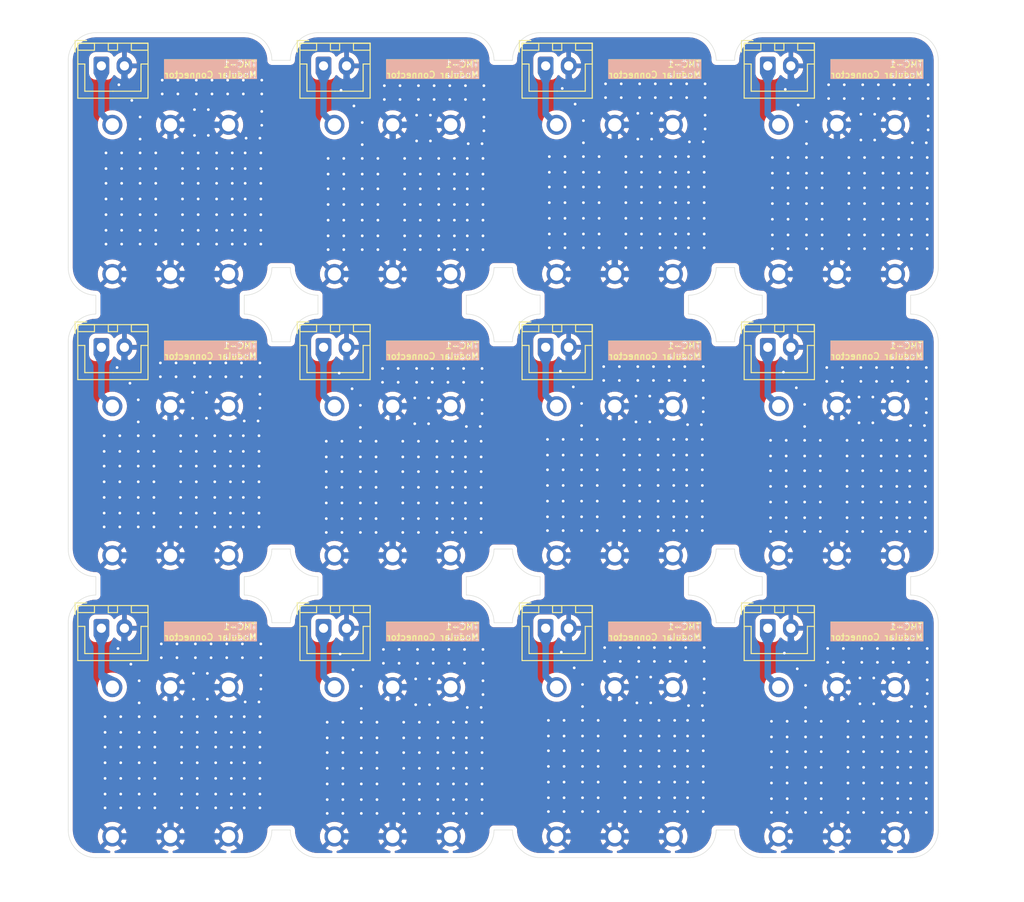
<source format=kicad_pcb>
(kicad_pcb (version 20240108) (generator "pcbnew") (generator_version "8.0")
  (layers (0 "F.Cu" signal) (31 "B.Cu" signal) (34 "B.Paste" user) (35 "F.Paste" user) (36 "B.SilkS" user "B.Silkscreen") (37 "F.SilkS" user "F.Silkscreen") (38 "B.Mask" user) (39 "F.Mask" user) (44 "Edge.Cuts" user))
  (net 0 "")
  (net 1 "gnd")
  (net 2 "sig")
  (footprint "Connector_JST:JST_XH_B2B-XH-A_1x02_P2.50mm_Vertical" (layer "F.Cu") (at 166.9 119.5001)
    (property "Reference" "J2" (hide yes))
    (property "Value" "Conn_01x02_Pin")
  )
  (footprint "footprints:PJ-644C" (layer "F.Cu") (at 95.8 95.4001)
    (property "Reference" "J1" (hide yes))
    (property "Value" "SN49B14B" (hide yes))
  )
  (footprint "footprints:PJ-644C" (layer "F.Cu") (at 144 125.9001)
    (property "Reference" "J1" (hide yes))
    (property "Value" "SN49B14B" (hide yes))
  )
  (footprint "footprints:PJ-644C" (layer "F.Cu") (at 95.8 125.9001)
    (property "Reference" "J1" (hide yes))
    (property "Value" "SN49B14B" (hide yes))
  )
  (footprint "Connector_JST:JST_XH_B2B-XH-A_1x02_P2.50mm_Vertical" (layer "F.Cu") (at 94.6 58.4501)
    (property "Reference" "J2" (hide yes))
    (property "Value" "Conn_01x02_Pin")
  )
  (footprint "Connector_JST:JST_XH_B2B-XH-A_1x02_P2.50mm_Vertical" (layer "F.Cu") (at 142.8 89.0001)
    (property "Reference" "J2" (hide yes))
    (property "Value" "Conn_01x02_Pin")
  )
  (footprint "footprints:PJ-644C" (layer "F.Cu") (at 144 64.8501)
    (property "Reference" "J1" (hide yes))
    (property "Value" "SN49B14B" (hide yes))
  )
  (footprint "Connector_JST:JST_XH_B2B-XH-A_1x02_P2.50mm_Vertical" (layer "F.Cu") (at 118.7 58.4501)
    (property "Reference" "J2" (hide yes))
    (property "Value" "Conn_01x02_Pin")
  )
  (footprint "Connector_JST:JST_XH_B2B-XH-A_1x02_P2.50mm_Vertical" (layer "F.Cu") (at 166.9 89.0001)
    (property "Reference" "J2" (hide yes))
    (property "Value" "Conn_01x02_Pin")
  )
  (footprint "Connector_JST:JST_XH_B2B-XH-A_1x02_P2.50mm_Vertical" (layer "F.Cu") (at 142.8 58.4501)
    (property "Reference" "J2" (hide yes))
    (property "Value" "Conn_01x02_Pin")
  )
  (footprint "footprints:PJ-644C" (layer "F.Cu") (at 119.9 125.9001)
    (property "Reference" "J1" (hide yes))
    (property "Value" "SN49B14B" (hide yes))
  )
  (footprint "Connector_JST:JST_XH_B2B-XH-A_1x02_P2.50mm_Vertical" (layer "F.Cu") (at 142.8 119.5001)
    (property "Reference" "J2" (hide yes))
    (property "Value" "Conn_01x02_Pin")
  )
  (footprint "footprints:PJ-644C" (layer "F.Cu") (at 119.9 95.4001)
    (property "Reference" "J1" (hide yes))
    (property "Value" "SN49B14B" (hide yes))
  )
  (footprint "footprints:PJ-644C" (layer "F.Cu") (at 144 95.4001)
    (property "Reference" "J1" (hide yes))
    (property "Value" "SN49B14B" (hide yes))
  )
  (footprint "Connector_JST:JST_XH_B2B-XH-A_1x02_P2.50mm_Vertical" (layer "F.Cu") (at 118.7 89.0001)
    (property "Reference" "J2" (hide yes))
    (property "Value" "Conn_01x02_Pin")
  )
  (footprint "footprints:PJ-644C" (layer "F.Cu") (at 168.1 95.4001)
    (property "Reference" "J1" (hide yes))
    (property "Value" "SN49B14B" (hide yes))
  )
  (footprint "footprints:PJ-644C" (layer "F.Cu") (at 168.1 64.8501)
    (property "Reference" "J1" (hide yes))
    (property "Value" "SN49B14B" (hide yes))
  )
  (footprint "Connector_JST:JST_XH_B2B-XH-A_1x02_P2.50mm_Vertical" (layer "F.Cu") (at 118.7 119.5001)
    (property "Reference" "J2" (hide yes))
    (property "Value" "Conn_01x02_Pin")
  )
  (footprint "Connector_JST:JST_XH_B2B-XH-A_1x02_P2.50mm_Vertical" (layer "F.Cu") (at 94.6 119.5001)
    (property "Reference" "J2" (hide yes))
    (property "Value" "Conn_01x02_Pin")
  )
  (footprint "footprints:PJ-644C" (layer "F.Cu") (at 168.1 125.9001)
    (property "Reference" "J1" (hide yes))
    (property "Value" "SN49B14B" (hide yes))
  )
  (footprint "footprints:PJ-644C" (layer "F.Cu") (at 119.9 64.8501)
    (property "Reference" "J1" (hide yes))
    (property "Value" "SN49B14B" (hide yes))
  )
  (footprint "footprints:PJ-644C" (layer "F.Cu") (at 95.8 64.8501)
    (property "Reference" "J1" (hide yes))
    (property "Value" "SN49B14B" (hide yes))
  )
  (footprint "Connector_JST:JST_XH_B2B-XH-A_1x02_P2.50mm_Vertical" (layer "F.Cu") (at 166.9 58.4501)
    (property "Reference" "J2" (hide yes))
    (property "Value" "Conn_01x02_Pin")
  )
  (footprint "Connector_JST:JST_XH_B2B-XH-A_1x02_P2.50mm_Vertical" (layer "F.Cu") (at 94.6 89.0001)
    (property "Reference" "J2" (hide yes))
    (property "Value" "Conn_01x02_Pin")
  )
  (gr_line (start 110.1 83.3501) (end 110.1 85.4001) (stroke (width 0.05)) (layer "Edge.Cuts"))
  (gr_arc (start 185.4 80.3501) (mid 184.52132 82.47142) (end 182.4 83.3501) (stroke (width 0.05)) (layer "Edge.Cuts"))
  (gr_arc (start 182.4 115.9001) (mid 184.52132 116.77878) (end 185.4 118.9001) (stroke (width 0.05)) (layer "Edge.Cuts"))
  (gr_line (start 94 83.3501) (end 94 85.4001) (stroke (width 0.05)) (layer "Edge.Cuts"))
  (gr_line (start 137.2 80.3501) (end 139.2 80.3501) (stroke (width 0.05)) (layer "Edge.Cuts"))
  (gr_arc (start 137.2 110.9001) (mid 136.32132 113.02142) (end 134.2 113.9001) (stroke (width 0.05)) (layer "Edge.Cuts"))
  (gr_line (start 115.1 118.9001) (end 113.1 118.9001) (stroke (width 0.05)) (layer "Edge.Cuts"))
  (gr_line (start 161.3 141.4001) (end 163.3 141.4001) (stroke (width 0.05)) (layer "Edge.Cuts"))
  (gr_arc (start 163.3 88.4001) (mid 164.17868 86.27878) (end 166.3 85.4001) (stroke (width 0.05)) (layer "Edge.Cuts"))
  (gr_line (start 91 110.9001) (end 91 88.4001) (stroke (width 0.05)) (layer "Edge.Cuts"))
  (gr_line (start 163.3 110.9001) (end 161.3 110.9001) (stroke (width 0.05)) (layer "Edge.Cuts"))
  (gr_line (start 182.4 144.4001) (end 166.3 144.4001) (stroke (width 0.05)) (layer "Edge.Cuts"))
  (gr_arc (start 115.1 88.4001) (mid 115.97868 86.27878) (end 118.1 85.4001) (stroke (width 0.05)) (layer "Edge.Cuts"))
  (gr_line (start 134.2 83.3501) (end 134.2 85.4001) (stroke (width 0.05)) (layer "Edge.Cuts"))
  (gr_arc (start 166.3 144.4001) (mid 164.17868 143.52142) (end 163.3 141.4001) (stroke (width 0.05)) (layer "Edge.Cuts"))
  (gr_arc (start 113.1 141.4001) (mid 112.22132 143.52142) (end 110.1 144.4001) (stroke (width 0.05)) (layer "Edge.Cuts"))
  (gr_line (start 161.3 80.3501) (end 163.3 80.3501) (stroke (width 0.05)) (layer "Edge.Cuts"))
  (gr_arc (start 139.2 57.8501) (mid 140.07868 55.72878) (end 142.2 54.8501) (stroke (width 0.05)) (layer "Edge.Cuts"))
  (gr_line (start 118.1 54.8501) (end 134.2 54.8501) (stroke (width 0.05)) (layer "Edge.Cuts"))
  (gr_line (start 110.1 115.9001) (end 110.1 113.9001) (stroke (width 0.05)) (layer "Edge.Cuts"))
  (gr_line (start 91 141.4001) (end 91 118.9001) (stroke (width 0.05)) (layer "Edge.Cuts"))
  (gr_arc (start 118.1 113.9001) (mid 115.97868 113.02142) (end 115.1 110.9001) (stroke (width 0.05)) (layer "Edge.Cuts"))
  (gr_line (start 163.3 88.4001) (end 161.3 88.4001) (stroke (width 0.05)) (layer "Edge.Cuts"))
  (gr_line (start 115.1 57.8501) (end 113.1 57.8501) (stroke (width 0.05)) (layer "Edge.Cuts"))
  (gr_arc (start 137.2 141.4001) (mid 136.32132 143.52142) (end 134.2 144.4001) (stroke (width 0.05)) (layer "Edge.Cuts"))
  (gr_arc (start 142.2 113.9001) (mid 140.07868 113.02142) (end 139.2 110.9001) (stroke (width 0.05)) (layer "Edge.Cuts"))
  (gr_arc (start 166.3 83.3501) (mid 164.17868 82.47142) (end 163.3 80.3501) (stroke (width 0.05)) (layer "Edge.Cuts"))
  (gr_line (start 110.1 144.4001) (end 94 144.4001) (stroke (width 0.05)) (layer "Edge.Cuts"))
  (gr_arc (start 139.2 118.9001) (mid 140.07868 116.77878) (end 142.2 115.9001) (stroke (width 0.05)) (layer "Edge.Cuts"))
  (gr_arc (start 91 88.4001) (mid 91.87868 86.27878) (end 94 85.4001) (stroke (width 0.05)) (layer "Edge.Cuts"))
  (gr_line (start 142.2 115.9001) (end 142.2 113.9001) (stroke (width 0.05)) (layer "Edge.Cuts"))
  (gr_line (start 185.4 88.4001) (end 185.4 110.9001) (stroke (width 0.05)) (layer "Edge.Cuts"))
  (gr_arc (start 161.3 141.4001) (mid 160.42132 143.52142) (end 158.3 144.4001) (stroke (width 0.05)) (layer "Edge.Cuts"))
  (gr_arc (start 91 118.9001) (mid 91.87868 116.77878) (end 94 115.9001) (stroke (width 0.05)) (layer "Edge.Cuts"))
  (gr_arc (start 110.1 85.4001) (mid 112.22132 86.27878) (end 113.1 88.4001) (stroke (width 0.05)) (layer "Edge.Cuts"))
  (gr_line (start 94 54.8501) (end 110.1 54.8501) (stroke (width 0.05)) (layer "Edge.Cuts"))
  (gr_line (start 113.1 88.4001) (end 115.1 88.4001) (stroke (width 0.05)) (layer "Edge.Cuts"))
  (gr_line (start 161.3 57.8501) (end 163.3 57.8501) (stroke (width 0.05)) (layer "Edge.Cuts"))
  (gr_arc (start 137.2 80.3501) (mid 136.32132 82.47142) (end 134.2 83.3501) (stroke (width 0.05)) (layer "Edge.Cuts"))
  (gr_line (start 182.4 113.9001) (end 182.4 115.9001) (stroke (width 0.05)) (layer "Edge.Cuts"))
  (gr_arc (start 115.1 118.9001) (mid 115.97868 116.77878) (end 118.1 115.9001) (stroke (width 0.05)) (layer "Edge.Cuts"))
  (gr_arc (start 161.3 80.3501) (mid 160.42132 82.47142) (end 158.3 83.3501) (stroke (width 0.05)) (layer "Edge.Cuts"))
  (gr_arc (start 142.2 83.3501) (mid 140.07868 82.47142) (end 139.2 80.3501) (stroke (width 0.05)) (layer "Edge.Cuts"))
  (gr_line (start 118.1 113.9001) (end 118.1 115.9001) (stroke (width 0.05)) (layer "Edge.Cuts"))
  (gr_line (start 118.1 85.4001) (end 118.1 83.3501) (stroke (width 0.05)) (layer "Edge.Cuts"))
  (gr_arc (start 182.4 54.8501) (mid 184.52132 55.72878) (end 185.4 57.8501) (stroke (width 0.05)) (layer "Edge.Cuts"))
  (gr_line (start 158.3 83.3501) (end 158.3 85.4001) (stroke (width 0.05)) (layer "Edge.Cuts"))
  (gr_arc (start 161.3 110.9001) (mid 160.42132 113.02142) (end 158.3 113.9001) (stroke (width 0.05)) (layer "Edge.Cuts"))
  (gr_arc (start 142.2 144.4001) (mid 140.07868 143.52142) (end 139.2 141.4001) (stroke (width 0.05)) (layer "Edge.Cuts"))
  (gr_line (start 161.3 118.9001) (end 163.3 118.9001) (stroke (width 0.05)) (layer "Edge.Cuts"))
  (gr_line (start 134.2 144.4001) (end 118.1 144.4001) (stroke (width 0.05)) (layer "Edge.Cuts"))
  (gr_line (start 158.3 144.4001) (end 142.2 144.4001) (stroke (width 0.05)) (layer "Edge.Cuts"))
  (gr_line (start 94 113.9001) (end 94 115.9001) (stroke (width 0.05)) (layer "Edge.Cuts"))
  (gr_line (start 137.2 118.9001) (end 139.2 118.9001) (stroke (width 0.05)) (layer "Edge.Cuts"))
  (gr_arc (start 182.4 85.4001) (mid 184.52132 86.27878) (end 185.4 88.4001) (stroke (width 0.05)) (layer "Edge.Cuts"))
  (gr_line (start 185.4 57.8501) (end 185.4 80.3501) (stroke (width 0.05)) (layer "Edge.Cuts"))
  (gr_line (start 91 80.3501) (end 91 57.8501) (stroke (width 0.05)) (layer "Edge.Cuts"))
  (gr_line (start 139.2 110.9001) (end 137.2 110.9001) (stroke (width 0.05)) (layer "Edge.Cuts"))
  (gr_arc (start 110.1 54.8501) (mid 112.22132 55.72878) (end 113.1 57.8501) (stroke (width 0.05)) (layer "Edge.Cuts"))
  (gr_arc (start 163.3 118.9001) (mid 164.17868 116.77878) (end 166.3 115.9001) (stroke (width 0.05)) (layer "Edge.Cuts"))
  (gr_line (start 139.2 88.4001) (end 137.2 88.4001) (stroke (width 0.05)) (layer "Edge.Cuts"))
  (gr_arc (start 115.1 57.8501) (mid 115.97868 55.72878) (end 118.1 54.8501) (stroke (width 0.05)) (layer "Edge.Cuts"))
  (gr_arc (start 118.1 83.3501) (mid 115.97868 82.47142) (end 115.1 80.3501) (stroke (width 0.05)) (layer "Edge.Cuts"))
  (gr_line (start 158.3 113.9001) (end 158.3 115.9001) (stroke (width 0.05)) (layer "Edge.Cuts"))
  (gr_arc (start 158.3 54.8501) (mid 160.42132 55.72878) (end 161.3 57.8501) (stroke (width 0.05)) (layer "Edge.Cuts"))
  (gr_arc (start 110.1 115.9001) (mid 112.22132 116.77878) (end 113.1 118.9001) (stroke (width 0.05)) (layer "Edge.Cuts"))
  (gr_arc (start 158.3 85.4001) (mid 160.42132 86.27878) (end 161.3 88.4001) (stroke (width 0.05)) (layer "Edge.Cuts"))
  (gr_arc (start 94 83.3501) (mid 91.87868 82.47142) (end 91 80.3501) (stroke (width 0.05)) (layer "Edge.Cuts"))
  (gr_line (start 185.4 118.9001) (end 185.4 141.4001) (stroke (width 0.05)) (layer "Edge.Cuts"))
  (gr_arc (start 94 113.9001) (mid 91.87868 113.02142) (end 91 110.9001) (stroke (width 0.05)) (layer "Edge.Cuts"))
  (gr_arc (start 113.1 80.3501) (mid 112.22132 82.47142) (end 110.1 83.3501) (stroke (width 0.05)) (layer "Edge.Cuts"))
  (gr_arc (start 113.1 110.9001) (mid 112.22132 113.02142) (end 110.1 113.9001) (stroke (width 0.05)) (layer "Edge.Cuts"))
  (gr_arc (start 94 144.4001) (mid 91.87868 143.52142) (end 91 141.4001) (stroke (width 0.05)) (layer "Edge.Cuts"))
  (gr_line (start 137.2 141.4001) (end 139.2 141.4001) (stroke (width 0.05)) (layer "Edge.Cuts"))
  (gr_line (start 142.2 54.8501) (end 158.3 54.8501) (stroke (width 0.05)) (layer "Edge.Cuts"))
  (gr_arc (start 118.1 144.4001) (mid 115.97868 143.52142) (end 115.1 141.4001) (stroke (width 0.05)) (layer "Edge.Cuts"))
  (gr_arc (start 139.2 88.4001) (mid 140.07868 86.27878) (end 142.2 85.4001) (stroke (width 0.05)) (layer "Edge.Cuts"))
  (gr_arc (start 163.3 57.8501) (mid 164.17868 55.72878) (end 166.3 54.8501) (stroke (width 0.05)) (layer "Edge.Cuts"))
  (gr_line (start 182.4 83.3501) (end 182.4 85.4001) (stroke (width 0.05)) (layer "Edge.Cuts"))
  (gr_line (start 115.1 80.3501) (end 113.1 80.3501) (stroke (width 0.05)) (layer "Edge.Cuts"))
  (gr_line (start 137.2 57.8501) (end 139.2 57.8501) (stroke (width 0.05)) (layer "Edge.Cuts"))
  (gr_line (start 166.3 115.9001) (end 166.3 113.9001) (stroke (width 0.05)) (layer "Edge.Cuts"))
  (gr_arc (start 166.3 113.9001) (mid 164.17868 113.02142) (end 163.3 110.9001) (stroke (width 0.05)) (layer "Edge.Cuts"))
  (gr_line (start 166.3 83.3501) (end 166.3 85.4001) (stroke (width 0.05)) (layer "Edge.Cuts"))
  (gr_line (start 113.1 110.9001) (end 115.1 110.9001) (stroke (width 0.05)) (layer "Edge.Cuts"))
  (gr_arc (start 134.2 115.9001) (mid 136.32132 116.77878) (end 137.2 118.9001) (stroke (width 0.05)) (layer "Edge.Cuts"))
  (gr_arc (start 134.2 85.4001) (mid 136.32132 86.27878) (end 137.2 88.4001) (stroke (width 0.05)) (layer "Edge.Cuts"))
  (gr_line (start 166.3 54.8501) (end 182.4 54.8501) (stroke (width 0.05)) (layer "Edge.Cuts"))
  (gr_arc (start 134.2 54.8501) (mid 136.32132 55.72878) (end 137.2 57.8501) (stroke (width 0.05)) (layer "Edge.Cuts"))
  (gr_line (start 134.2 113.9001) (end 134.2 115.9001) (stroke (width 0.05)) (layer "Edge.Cuts"))
  (gr_line (start 142.2 83.3501) (end 142.2 85.4001) (stroke (width 0.05)) (layer "Edge.Cuts"))
  (gr_arc (start 158.3 115.9001) (mid 160.42132 116.77878) (end 161.3 118.9001) (stroke (width 0.05)) (layer "Edge.Cuts"))
  (gr_arc (start 185.4 141.4001) (mid 184.52132 143.52142) (end 182.4 144.4001) (stroke (width 0.05)) (layer "Edge.Cuts"))
  (gr_arc (start 91 57.8501) (mid 91.87868 55.72878) (end 94 54.8501) (stroke (width 0.05)) (layer "Edge.Cuts"))
  (gr_line (start 113.1 141.4001) (end 115.1 141.4001) (stroke (width 0.05)) (layer "Edge.Cuts"))
  (gr_arc (start 185.4 110.9001) (mid 184.52132 113.02142) (end 182.4 113.9001) (stroke (width 0.05)) (layer "Edge.Cuts"))
  (gr_text "TMC-1\nModular Connector" (at 111.5 119.8001 180) (layer "F.Cu" knockout) (effects (font (size 0.7 0.7) (thickness 0.14) (bold yes)) (justify left)))
  (gr_text "TMC-1\nModular Connector" (at 183.8 58.7501 180) (layer "F.Cu" knockout) (effects (font (size 0.7 0.7) (thickness 0.14) (bold yes)) (justify left)))
  (gr_text "TMC-1\nModular Connector" (at 135.6 89.3001 180) (layer "F.Cu" knockout) (effects (font (size 0.7 0.7) (thickness 0.14) (bold yes)) (justify left)))
  (gr_text "TMC-1\nModular Connector" (at 183.8 119.8001 180) (layer "F.Cu" knockout) (effects (font (size 0.7 0.7) (thickness 0.14) (bold yes)) (justify left)))
  (gr_text "TMC-1\nModular Connector" (at 135.6 58.7501 180) (layer "F.Cu" knockout) (effects (font (size 0.7 0.7) (thickness 0.14) (bold yes)) (justify left)))
  (gr_text "TMC-1\nModular Connector" (at 183.8 89.3001 180) (layer "F.Cu" knockout) (effects (font (size 0.7 0.7) (thickness 0.14) (bold yes)) (justify left)))
  (gr_text "TMC-1\nModular Connector" (at 159.7 119.8001 180) (layer "F.Cu" knockout) (effects (font (size 0.7 0.7) (thickness 0.14) (bold yes)) (justify left)))
  (gr_text "TMC-1\nModular Connector" (at 111.5 89.3001 180) (layer "F.Cu" knockout) (effects (font (size 0.7 0.7) (thickness 0.14) (bold yes)) (justify left)))
  (gr_text "TMC-1\nModular Connector" (at 135.6 119.8001 180) (layer "F.Cu" knockout) (effects (font (size 0.7 0.7) (thickness 0.14) (bold yes)) (justify left)))
  (gr_text "TMC-1\nModular Connector" (at 159.7 58.7501 180) (layer "F.Cu" knockout) (effects (font (size 0.7 0.7) (thickness 0.14) (bold yes)) (justify left)))
  (gr_text "TMC-1\nModular Connector" (at 111.5 58.7501 180) (layer "F.Cu" knockout) (effects (font (size 0.7 0.7) (thickness 0.14) (bold yes)) (justify left)))
  (gr_text "TMC-1\nModular Connector" (at 159.7 89.3001 180) (layer "F.Cu" knockout) (effects (font (size 0.7 0.7) (thickness 0.14) (bold yes)) (justify left)))
  (gr_text "TMC-1\nModular Connector" (at 159.7 89.4001 0) (layer "B.Cu" knockout) (effects (font (size 0.7 0.7) (thickness 0.14) (bold yes)) (justify left mirror)))
  (gr_text "TMC-1\nModular Connector" (at 135.6 58.8501 0) (layer "B.Cu" knockout) (effects (font (size 0.7 0.7) (thickness 0.14) (bold yes)) (justify left mirror)))
  (gr_text "TMC-1\nModular Connector" (at 183.8 58.8501 0) (layer "B.Cu" knockout) (effects (font (size 0.7 0.7) (thickness 0.14) (bold yes)) (justify left mirror)))
  (gr_text "TMC-1\nModular Connector" (at 159.7 119.9001 0) (layer "B.Cu" knockout) (effects (font (size 0.7 0.7) (thickness 0.14) (bold yes)) (justify left mirror)))
  (gr_text "TMC-1\nModular Connector" (at 159.7 58.8501 0) (layer "B.Cu" knockout) (effects (font (size 0.7 0.7) (thickness 0.14) (bold yes)) (justify left mirror)))
  (gr_text "TMC-1\nModular Connector" (at 135.6 119.9001 0) (layer "B.Cu" knockout) (effects (font (size 0.7 0.7) (thickness 0.14) (bold yes)) (justify left mirror)))
  (gr_text "TMC-1\nModular Connector" (at 111.5 89.4001 0) (layer "B.Cu" knockout) (effects (font (size 0.7 0.7) (thickness 0.14) (bold yes)) (justify left mirror)))
  (gr_text "TMC-1\nModular Connector" (at 135.6 89.4001 0) (layer "B.Cu" knockout) (effects (font (size 0.7 0.7) (thickness 0.14) (bold yes)) (justify left mirror)))
  (gr_text "TMC-1\nModular Connector" (at 111.5 58.8501 0) (layer "B.Cu" knockout) (effects (font (size 0.7 0.7) (thickness 0.14) (bold yes)) (justify left mirror)))
  (gr_text "TMC-1\nModular Connector" (at 183.8 89.4001 0) (layer "B.Cu" knockout) (effects (font (size 0.7 0.7) (thickness 0.14) (bold yes)) (justify left mirror)))
  (gr_text "TMC-1\nModular Connector" (at 183.8 119.9001 0) (layer "B.Cu" knockout) (effects (font (size 0.7 0.7) (thickness 0.14) (bold yes)) (justify left mirror)))
  (gr_text "TMC-1\nModular Connector" (at 111.5 119.9001 0) (layer "B.Cu" knockout) (effects (font (size 0.7 0.7) (thickness 0.14) (bold yes)) (justify left mirror)))
  (gr_text "TMC-1\nModular Connector" (at 159.7 89.4001 0) (layer "B.SilkS" knockout) (effects (font (size 0.7 0.7) (thickness 0.14) (bold yes)) (justify left mirror)))
  (gr_text "TMC-1\nModular Connector" (at 111.5 58.8501 0) (layer "B.SilkS" knockout) (effects (font (size 0.7 0.7) (thickness 0.14) (bold yes)) (justify left mirror)))
  (gr_text "TMC-1\nModular Connector" (at 183.8 89.4001 0) (layer "B.SilkS" knockout) (effects (font (size 0.7 0.7) (thickness 0.14) (bold yes)) (justify left mirror)))
  (gr_text "TMC-1\nModular Connector" (at 135.6 119.9001 0) (layer "B.SilkS" knockout) (effects (font (size 0.7 0.7) (thickness 0.14) (bold yes)) (justify left mirror)))
  (gr_text "TMC-1\nModular Connector" (at 135.6 89.4001 0) (layer "B.SilkS" knockout) (effects (font (size 0.7 0.7) (thickness 0.14) (bold yes)) (justify left mirror)))
  (gr_text "TMC-1\nModular Connector" (at 159.7 58.8501 0) (layer "B.SilkS" knockout) (effects (font (size 0.7 0.7) (thickness 0.14) (bold yes)) (justify left mirror)))
  (gr_text "TMC-1\nModular Connector" (at 111.5 89.4001 0) (layer "B.SilkS" knockout) (effects (font (size 0.7 0.7) (thickness 0.14) (bold yes)) (justify left mirror)))
  (gr_text "TMC-1\nModular Connector" (at 111.5 119.9001 0) (layer "B.SilkS" knockout) (effects (font (size 0.7 0.7) (thickness 0.14) (bold yes)) (justify left mirror)))
  (gr_text "TMC-1\nModular Connector" (at 183.8 119.9001 0) (layer "B.SilkS" knockout) (effects (font (size 0.7 0.7) (thickness 0.14) (bold yes)) (justify left mirror)))
  (gr_text "TMC-1\nModular Connector" (at 183.8 58.8501 0) (layer "B.SilkS" knockout) (effects (font (size 0.7 0.7) (thickness 0.14) (bold yes)) (justify left mirror)))
  (gr_text "TMC-1\nModular Connector" (at 135.6 58.8501 0) (layer "B.SilkS" knockout) (effects (font (size 0.7 0.7) (thickness 0.14) (bold yes)) (justify left mirror)))
  (gr_text "TMC-1\nModular Connector" (at 159.7 119.9001 0) (layer "B.SilkS" knockout) (effects (font (size 0.7 0.7) (thickness 0.14) (bold yes)) (justify left mirror)))
  (gr_text "TMC-1\nModular Connector" (at 135.6 119.8001 180) (layer "F.SilkS" knockout) (effects (font (size 0.7 0.7) (thickness 0.14) (bold yes)) (justify left)))
  (gr_text "TMC-1\nModular Connector" (at 159.7 58.7501 180) (layer "F.SilkS" knockout) (effects (font (size 0.7 0.7) (thickness 0.14) (bold yes)) (justify left)))
  (gr_text "TMC-1\nModular Connector" (at 111.5 58.7501 180) (layer "F.SilkS" knockout) (effects (font (size 0.7 0.7) (thickness 0.14) (bold yes)) (justify left)))
  (gr_text "TMC-1\nModular Connector" (at 159.7 89.3001 180) (layer "F.SilkS" knockout) (effects (font (size 0.7 0.7) (thickness 0.14) (bold yes)) (justify left)))
  (gr_text "TMC-1\nModular Connector" (at 111.5 119.8001 180) (layer "F.SilkS" knockout) (effects (font (size 0.7 0.7) (thickness 0.14) (bold yes)) (justify left)))
  (gr_text "TMC-1\nModular Connector" (at 111.5 89.3001 180) (layer "F.SilkS" knockout) (effects (font (size 0.7 0.7) (thickness 0.14) (bold yes)) (justify left)))
  (gr_text "TMC-1\nModular Connector" (at 159.7 119.8001 180) (layer "F.SilkS" knockout) (effects (font (size 0.7 0.7) (thickness 0.14) (bold yes)) (justify left)))
  (gr_text "TMC-1\nModular Connector" (at 183.8 58.7501 180) (layer "F.SilkS" knockout) (effects (font (size 0.7 0.7) (thickness 0.14) (bold yes)) (justify left)))
  (gr_text "TMC-1\nModular Connector" (at 135.6 89.3001 180) (layer "F.SilkS" knockout) (effects (font (size 0.7 0.7) (thickness 0.14) (bold yes)) (justify left)))
  (gr_text "TMC-1\nModular Connector" (at 135.6 58.7501 180) (layer "F.SilkS" knockout) (effects (font (size 0.7 0.7) (thickness 0.14) (bold yes)) (justify left)))
  (gr_text "TMC-1\nModular Connector" (at 183.8 119.8001 180) (layer "F.SilkS" knockout) (effects (font (size 0.7 0.7) (thickness 0.14) (bold yes)) (justify left)))
  (gr_text "TMC-1\nModular Connector" (at 183.8 89.3001 180) (layer "F.SilkS" knockout) (effects (font (size 0.7 0.7) (thickness 0.14) (bold yes)) (justify left)))
  (via (at 158.3 78.2) (size 0.6) (drill 0.3) (layers "F.Cu" "B.Cu") (net 1))
  (via (at 143.2 76.7) (size 0.6) (drill 0.3) (layers "F.Cu" "B.Cu") (net 1))
  (via (at 108.1 92.2) (size 0.6) (drill 0.3) (layers "F.Cu" "B.Cu") (net 1))
  (via (at 181.1 68.4) (size 0.6) (drill 0.3) (layers "F.Cu" "B.Cu") (net 1))
  (via (at 146.7 100.7) (size 0.6) (drill 0.3) (layers "F.Cu" "B.Cu") (net 1))
  (via (at 135.8 107.6) (size 0.6) (drill 0.3) (layers "F.Cu" "B.Cu") (net 1))
  (via (at 167.3 129.6) (size 0.6) (drill 0.3) (layers "F.Cu" "B.Cu") (net 1))
  (via (at 158.3 73.3) (size 0.6) (drill 0.3) (layers "F.Cu" "B.Cu") (net 1))
  (via (at 136 123.3) (size 0.6) (drill 0.3) (layers "F.Cu" "B.Cu") (net 1))
  (via (at 160 121.6) (size 0.6) (drill 0.3) (layers "F.Cu" "B.Cu") (net 1))
  (via (at 119 99.2) (size 0.6) (drill 0.3) (layers "F.Cu" "B.Cu") (net 1))
  (via (at 170.9 109) (size 0.6) (drill 0.3) (layers "F.Cu" "B.Cu") (net 1))
  (via (at 136.1 64) (size 0.6) (drill 0.3) (layers "F.Cu" "B.Cu") (net 1))
  (via (at 102.9 61.5) (size 0.6) (drill 0.3) (layers "F.Cu" "B.Cu") (net 1))
  (via (at 156.7 100.7) (size 0.6) (drill 0.3) (layers "F.Cu" "B.Cu") (net 1))
  (via (at 95.1 77.8) (size 0.6) (drill 0.3) (layers "F.Cu" "B.Cu") (net 1))
  (via (at 136 73.5) (size 0.6) (drill 0.3) (layers "F.Cu" "B.Cu") (net 1))
  (via (at 106.4 92.2) (size 0.6) (drill 0.3) (layers "F.Cu" "B.Cu") (net 1))
  (via (at 103.3 139) (size 0.6) (drill 0.3) (layers "F.Cu" "B.Cu") (net 1))
  (via (at 177.1 121.7) (size 0.6) (drill 0.3) (layers "F.Cu" "B.Cu") (net 1))
  (via (at 122.7 100.9) (size 0.6) (drill 0.3) (layers "F.Cu" "B.Cu") (net 1))
  (via (at 182.5 73.4) (size 0.6) (drill 0.3) (layers "F.Cu" "B.Cu") (net 1))
  (via (at 134.3 71.8) (size 0.6) (drill 0.3) (layers "F.Cu" "B.Cu") (net 1))
  (via (at 156.8 137.9) (size 0.6) (drill 0.3) (layers "F.Cu" "B.Cu") (net 1))
  (via (at 98.7 137.5) (size 0.6) (drill 0.3) (layers "F.Cu" "B.Cu") (net 1))
  (via (at 128.8 63.8) (size 0.6) (drill 0.3) (layers "F.Cu" "B.Cu") (net 1))
  (via (at 181 132.9) (size 0.6) (drill 0.3) (layers "F.Cu" "B.Cu") (net 1))
  (via (at 144.8 139.4) (size 0.6) (drill 0.3) (layers "F.Cu" "B.Cu") (net 1))
  (via (at 96.8 72.9) (size 0.6) (drill 0.3) (layers "F.Cu" "B.Cu") (net 1))
  (via (at 146.7 107.4) (size 0.6) (drill 0.3) (layers "F.Cu" "B.Cu") (net 1))
  (via (at 182.5 76.8) (size 0.6) (drill 0.3) (layers "F.Cu" "B.Cu") (net 1))
  (via (at 153.1 132.8) (size 0.6) (drill 0.3) (layers "F.Cu" "B.Cu") (net 1))
  (via (at 110.1 130.8) (size 0.6) (drill 0.3) (layers "F.Cu" "B.Cu") (net 1))
  (via (at 159.9 92.6) (size 0.6) (drill 0.3) (layers "F.Cu" "B.Cu") (net 1))
  (via (at 134.1 60.6) (size 0.6) (drill 0.3) (layers "F.Cu" "B.Cu") (net 1))
  (via (at 144.7 104) (size 0.6) (drill 0.3) (layers "F.Cu" "B.Cu") (net 1))
  (via (at 160 125) (size 0.6) (drill 0.3) (layers "F.Cu" "B.Cu") (net 1))
  (via (at 148.5 134.5) (size 0.6) (drill 0.3) (layers "F.Cu" "B.Cu") (net 1))
  (via (at 148.5 132.8) (size 0.6) (drill 0.3) (layers "F.Cu" "B.Cu") (net 1))
  (via (at 127.5 78.4) (size 0.6) (drill 0.3) (layers "F.Cu" "B.Cu") (net 1))
  (via (at 149.3 60.4) (size 0.6) (drill 0.3) (layers "F.Cu" "B.Cu") (net 1))
  (via (at 167.2 109) (size 0.6) (drill 0.3) (layers "F.Cu" "B.Cu") (net 1))
  (via (at 112 63.4) (size 0.6) (drill 0.3) (layers "F.Cu" "B.Cu") (net 1))
  (via (at 158.2 129.5) (size 0.6) (drill 0.3) (layers "F.Cu" "B.Cu") (net 1))
  (via (at 156.9 68.3) (size 0.6) (drill 0.3) (layers "F.Cu" "B.Cu") (net 1))
  (via (at 167.4 70.1) (size 0.6) (drill 0.3) (layers "F.Cu" "B.Cu") (net 1))
  (via (at 182.3 100.8) (size 0.6) (drill 0.3) (layers "F.Cu" "B.Cu") (net 1))
  (via (at 156.8 136.2) (size 0.6) (drill 0.3) (layers "F.Cu" "B.Cu") (net 1))
  (via (at 110 100.3) (size 0.6) (drill 0.3) (layers "F.Cu" "B.Cu") (net 1))
  (via (at 110.1 129.1) (size 0.6) (drill 0.3) (layers "F.Cu" "B.Cu") (net 1))
  (via (at 135.9 131.4) (size 0.6) (drill 0.3) (layers "F.Cu" "B.Cu") (net 1))
  (via (at 179.3 134.6) (size 0.6) (drill 0.3) (layers "F.Cu" "B.Cu") (net 1))
  (via (at 100.4 130.8) (size 0.6) (drill 0.3) (layers "F.Cu" "B.Cu") (net 1))
  (via (at 146.9 73.3) (size 0.6) (drill 0.3) (layers "F.Cu" "B.Cu") (net 1))
  (via (at 130.1 97.3) (size 0.6) (drill 0.3) (layers "F.Cu" "B.Cu") (net 1))
  (via (at 156.8 139.4) (size 0.6) (drill 0.3) (layers "F.Cu" "B.Cu") (net 1))
  (via (at 98.6 97.1) (size 0.6) (drill 0.3) (layers "F.Cu" "B.Cu") (net 1))
  (via (at 149.3 61.9) (size 0.6) (drill 0.3) (layers "F.Cu" "B.Cu") (net 1))
  (via (at 124.5 129.7) (size 0.6) (drill 0.3) (layers "F.Cu" "B.Cu") (net 1))
  (via (at 124.4 104.2) (size 0.6) (drill 0.3) (layers "F.Cu" "B.Cu") (net 1))
  (via (at 124.4 100.9) (size 0.6) (drill 0.3) (layers "F.Cu" "B.Cu") (net 1))
  (via (at 132.7 102.5) (size 0.6) (drill 0.3) (layers "F.Cu" "B.Cu") (net 1))
  (via (at 128.8 92.8) (size 0.6) (drill 0.3) (layers "F.Cu" "B.Cu") (net 1))
  (via (at 111.8 130.8) (size 0.6) (drill 0.3) (layers "F.Cu" "B.Cu") (net 1))
  (via (at 180.4 92.7) (size 0.6) (drill 0.3) (layers "F.Cu" "B.Cu") (net 1))
  (via (at 134.1 109.1) (size 0.6) (drill 0.3) (layers "F.Cu" "B.Cu") (net 1))
  (via (at 152.8 92.6) (size 0.6) (drill 0.3) (layers "F.Cu" "B.Cu") (net 1))
  (via (at 130.7 62.1) (size 0.6) (drill 0.3) (layers "F.Cu" "B.Cu") (net 1))
  (via (at 155.1 137.9) (size 0.6) (drill 0.3) (layers "F.Cu" "B.Cu") (net 1))
  (via (at 119.2 68.5) (size 0.6) (drill 0.3) (layers "F.Cu" "B.Cu") (net 1))
  (via (at 106.6 61.5) (size 0.6) (drill 0.3) (layers "F.Cu" "B.Cu") (net 1))
  (via (at 152.7 124.8) (size 0.6) (drill 0.3) (layers "F.Cu" "B.Cu") (net 1))
  (via (at 177.2 100.8) (size 0.6) (drill 0.3) (layers "F.Cu" "B.Cu") (net 1))
  (via (at 158.2 139.4) (size 0.6) (drill 0.3) (layers "F.Cu" "B.Cu") (net 1))
  (via (at 181 134.6) (size 0.6) (drill 0.3) (layers "F.Cu" "B.Cu") (net 1))
  (via (at 110.2 72.9) (size 0.6) (drill 0.3) (layers "F.Cu" "B.Cu") (net 1))
  (via (at 129.1 129.7) (size 0.6) (drill 0.3) (layers "F.Cu" "B.Cu") (net 1))
  (via (at 100.5 69.6) (size 0.6) (drill 0.3) (layers "F.Cu" "B.Cu") (net 1))
  (via (at 152.9 123.1) (size 0.6) (drill 0.3) (layers "F.Cu" "B.Cu") (net 1))
  (via (at 172.6 107.5) (size 0.6) (drill 0.3) (layers "F.Cu" "B.Cu") (net 1))
  (via (at 103.2 107) (size 0.6) (drill 0.3) (layers "F.Cu" "B.Cu") (net 1))
  (via (at 106.6 60) (size 0.6) (drill 0.3) (layers "F.Cu" "B.Cu") (net 1))
  (via (at 146.8 139.4) (size 0.6) (drill 0.3) (layers "F.Cu" "B.Cu") (net 1))
  (via (at 179.2 104.1) (size 0.6) (drill 0.3) (layers "F.Cu" "B.Cu") (net 1))
  (via (at 111.8 132.4) (size 0.6) (drill 0.3) (layers "F.Cu" "B.Cu") (net 1))
  (via (at 178.3 94.4) (size 0.6) (drill 0.3) (layers "F.Cu" "B.Cu") (net 1))
  (via (at 112 60) (size 0.6) (drill 0.3) (layers "F.Cu" "B.Cu") (net 1))
  (via (at 119.1 131.4) (size 0.6) (drill 0.3) (layers "F.Cu" "B.Cu") (net 1))
  (via (at 135.9 92.8) (size 0.6) (drill 0.3) (layers "F.Cu" "B.Cu") (net 1))
  (via (at 143.1 134.5) (size 0.6) (drill 0.3) (layers "F.Cu" "B.Cu") (net 1))
  (via (at 106.5 121.2) (size 0.6) (drill 0.3) (layers "F.Cu" "B.Cu") (net 1))
  (via (at 182.3 107.5) (size 0.6) (drill 0.3) (layers "F.Cu" "B.Cu") (net 1))
  (via (at 158.2 134.5) (size 0.6) (drill 0.3) (layers "F.Cu" "B.Cu") (net 1))
  (via (at 130.5 91.3) (size 0.6) (drill 0.3) (layers "F.Cu" "B.Cu") (net 1))
  (via (at 169 132.9) (size 0.6) (drill 0.3) (layers "F.Cu" "B.Cu") (net 1))
  (via (at 135.8 128.1) (size 0.6) (drill 0.3) (layers "F.Cu" "B.Cu") (net 1))
  (via (at 127.5 70.2) (size 0.6) (drill 0.3) (layers "F.Cu" "B.Cu") (net 1))
  (via (at 158.2 136.2) (size 0.6) (drill 0.3) (layers "F.Cu" "B.Cu") (net 1))
  (via (at 108.6 107) (size 0.6) (drill 0.3) (layers "F.Cu" "B.Cu") (net 1))
  (via (at 171.1 68.4) (size 0.6) (drill 0.3) (layers "F.Cu" "B.Cu") (net 1))
  (via (at 95 137.5) (size 0.6) (drill 0.3) (layers "F.Cu" "B.Cu") (net 1))
  (via (at 179.4 73.4) (size 0.6) (drill 0.3) (layers "F.Cu" "B.Cu") (net 1))
  (via (at 111.8 134.1) (size 0.6) (drill 0.3) (layers "F.Cu" "B.Cu") (net 1))
  (via (at 184.2 78.3) (size 0.6) (drill 0.3) (layers "F.Cu" "B.Cu") (net 1))
  (via (at 182.3 105.8) (size 0.6) (drill 0.3) (layers "F.Cu" "B.Cu") (net 1))
  (via (at 106.9 108.5) (size 0.6) (drill 0.3) (layers "F.Cu" "B.Cu") (net 1))
  (via (at 154.3 66.4) (size 0.6) (drill 0.3) (layers "F.Cu" "B.Cu") (net 1))
  (via (at 106 96.7) (size 0.6) (drill 0.3) (layers "F.Cu" "B.Cu") (net 1))
  (via (at 131.2 68.5) (size 0.6) (drill 0.3) (layers "F.Cu" "B.Cu") (net 1))
  (via (at 120.7 109.1) (size 0.6) (drill 0.3) (layers "F.Cu" "B.Cu") (net 1))
  (via (at 106 93.9) (size 0.6) (drill 0.3) (layers "F.Cu" "B.Cu") (net 1))
  (via (at 122.7 95.3) (size 0.6) (drill 0.3) (layers "F.Cu" "B.Cu") (net 1))
  (via (at 146.7 95.1) (size 0.6) (drill 0.3) (layers "F.Cu" "B.Cu") (net 1))
  (via (at 184 109) (size 0.6) (drill 0.3) (layers "F.Cu" "B.Cu") (net 1))
  (via (at 180.5 121.7) (size 0.6) (drill 0.3) (layers "F.Cu" "B.Cu") (net 1))
  (via (at 184.1 136.3) (size 0.6) (drill 0.3) (layers "F.Cu" "B.Cu") (net 1))
  (via (at 179.3 129.6) (size 0.6) (drill 0.3) (layers "F.Cu" "B.Cu") (net 1))
  (via (at 172.8 73.4) (size 0.6) (drill 0.3) (layers "F.Cu" "B.Cu") (net 1))
  (via (at 120.7 102.5) (size 0.6) (drill 0.3) (layers "F.Cu" "B.Cu") (net 1))
  (via (at 175.5 104.1) (size 0.6) (drill 0.3) (layers "F.Cu" "B.Cu") (net 1))
  (via (at 107 137.5) (size 0.6) (drill 0.3) (layers "F.Cu" "B.Cu") (net 1))
  (via (at 111.7 105.3) (size 0.6) (drill 0.3) (layers "F.Cu" "B.Cu") (net 1))
  (via (at 177.1 123.2) (size 0.6) (drill 0.3) (layers "F.Cu" "B.Cu") (net 1))
  (via (at 151 60.4) (size 0.6) (drill 0.3) (layers "F.Cu" "B.Cu") (net 1))
  (via (at 158.4 66.7) (size 0.6) (drill 0.3) (layers "F.Cu" "B.Cu") (net 1))
  (via (at 124.6 70.2) (size 0.6) (drill 0.3) (layers "F.Cu" "B.Cu") (net 1))
  (via (at 98.8 77.8) (size 0.6) (drill 0.3) (layers "F.Cu" "B.Cu") (net 1))
  (via (at 178.8 121.7) (size 0.6) (drill 0.3) (layers "F.Cu" "B.Cu") (net 1))
  (via (at 154.7 61.9) (size 0.6) (drill 0.3) (layers "F.Cu" "B.Cu") (net 1))
  (via (at 175.6 134.6) (size 0.6) (drill 0.3) (layers "F.Cu" "B.Cu") (net 1))
  (via (at 175.1 121.7) (size 0.6) (drill 0.3) (layers "F.Cu" "B.Cu") (net 1))
  (via (at 96.7 134.1) (size 0.6) (drill 0.3) (layers "F.Cu" "B.Cu") (net 1))
  (via (at 152.6 94.3) (size 0.6) (drill 0.3) (layers "F.Cu" "B.Cu") (net 1))
  (via (at 107.1 67.9) (size 0.6) (drill 0.3) (layers "F.Cu" "B.Cu") (net 1))
  (via (at 156.7 99) (size 0.6) (drill 0.3) (layers "F.Cu" "B.Cu") (net 1))
  (via (at 146 62.6) (size 0.6) (drill 0.3) (layers "F.Cu" "B.Cu") (net 1))
  (via (at 143 105.7) (size 0.6) (drill 0.3) (layers "F.Cu" "B.Cu") (net 1))
  (via (at 169 134.6) (size 0.6) (drill 0.3) (layers "F.Cu" "B.Cu") (net 1))
  (via (at 169.1 75.1) (size 0.6) (drill 0.3) (layers "F.Cu" "B.Cu") (net 1))
  (via (at 150.8 92.6) (size 0.6) (drill 0.3) (layers "F.Cu" "B.Cu") (net 1))
  (via (at 167.4 68.4) (size 0.6) (drill 0.3) (layers "F.Cu" "B.Cu") (net 1))
  (via (at 105 135.8) (size 0.6) (drill 0.3) (layers "F.Cu" "B.Cu") (net 1))
  (via (at 122.8 134.7) (size 0.6) (drill 0.3) (layers "F.Cu" "B.Cu") (net 1))
  (via (at 105.1 69.6) (size 0.6) (drill 0.3) (layers "F.Cu" "B.Cu") (net 1))
  (via (at 106.2 63.2) (size 0.6) (drill 0.3) (layers "F.Cu" "B.Cu") (net 1))
  (via (at 184.3 63.9) (size 0.6) (drill 0.3) (layers "F.Cu" "B.Cu") (net 1))
  (via (at 159.9 91.1) (size 0.6) (drill 0.3) (layers "F.Cu" "B.Cu") (net 1))
  (via (at 104.9 107) (size 0.6) (drill 0.3) (layers "F.Cu" "B.Cu") (net 1))
  (via (at 178.5 63.7) (size 0.6) (drill 0.3) (layers "F.Cu" "B.Cu") (net 1))
  (via (at 179.2 100.8) (size 0.6) (drill 0.3) (layers "F.Cu" "B.Cu") (net 1))
  (via (at 111.9 74.6) (size 0.6) (drill 0.3) (layers "F.Cu" "B.Cu") (net 1))
  (via (at 128.7 125) (size 0.6) (drill 0.3) (layers "F.Cu" "B.Cu") (net 1))
  (via (at 132.2 92.8) (size 0.6) (drill 0.3) (layers "F.Cu" "B.Cu") (net 1))
  (via (at 108.6 98.6) (size 0.6) (drill 0.3) (layers "F.Cu" "B.Cu") (net 1))
  (via (at 135.9 134.7) (size 0.6) (drill 0.3) (layers "F.Cu" "B.Cu") (net 1))
  (via (at 96.3 91.2) (size 0.6) (drill 0.3) (layers "F.Cu" "B.Cu") (net 1))
  (via (at 105 139) (size 0.6) (drill 0.3) (layers "F.Cu" "B.Cu") (net 1))
  (via (at 144.7 102.3) (size 0.6) (drill 0.3) (layers "F.Cu" "B.Cu") (net 1))
  (via (at 156.8 132.8) (size 0.6) (drill 0.3) (layers "F.Cu" "B.Cu") (net 1))
  (via (at 132.3 123.3) (size 0.6) (drill 0.3) (layers "F.Cu" "B.Cu") (net 1))
  (via (at 134.3 70.2) (size 0.6) (drill 0.3) (layers "F.Cu" "B.Cu") (net 1))
  (via (at 148.4 107.4) (size 0.6) (drill 0.3) (layers "F.Cu" "B.Cu") (net 1))
  (via (at 149.2 121.6) (size 0.6) (drill 0.3) (layers "F.Cu" "B.Cu") (net 1))
  (via (at 127.3 104.2) (size 0.6) (drill 0.3) (layers "F.Cu" "B.Cu") (net 1))
  (via (at 148.4 105.7) (size 0.6) (drill 0.3) (layers "F.Cu" "B.Cu") (net 1))
  (via (at 144.8 131.2) (size 0.6) (drill 0.3) (layers "F.Cu" "B.Cu") (net 1))
  (via (at 100.3 98.6) (size 0.6) (drill 0.3) (layers "F.Cu" "B.Cu") (net 1))
  (via (at 120.8 129.7) (size 0.6) (drill 0.3) (layers "F.Cu" "B.Cu") (net 1))
  (via (at 160 68.3) (size 0.6) (drill 0.3) (layers "F.Cu" "B.Cu") (net 1))
  (via (at 177.3 129.6) (size 0.6) (drill 0.3) (layers "F.Cu" "B.Cu") (net 1))
  (via (at 107 130.8) (size 0.6) (drill 0.3) (layers "F.Cu" "B.Cu") (net 1))
  (via (at 103.4 72.9) (size 0.6) (drill 0.3) (layers "F.Cu" "B.Cu") (net 1))
  (via (at 173.4 123.2) (size 0.6) (drill 0.3) (layers "F.Cu" "B.Cu") (net 1))
  (via (at 127 60.6) (size 0.6) (drill 0.3) (layers "F.Cu" "B.Cu") (net 1))
  (via (at 151.4 137.9) (size 0.6) (drill 0.3) (layers "F.Cu" "B.Cu") (net 1))
  (via (at 148.6 76.7) (size 0.6) (drill 0.3) (layers "F.Cu" "B.Cu") (net 1))
  (via (at 159.9 131.2) (size 0.6) (drill 0.3) (layers "F.Cu" "B.Cu") (net 1))
  (via (at 104.8 121.2) (size 0.6) (drill 0.3) (layers "F.Cu" "B.Cu") (net 1))
  (via (at 167.2 105.8) (size 0.6) (drill 0.3) (layers "F.Cu" "B.Cu") (net 1))
  (via (at 98.6 94.7) (size 0.6) (drill 0.3) (layers "F.Cu" "B.Cu") (net 1))
  (via (at 151.4 134.5) (size 0.6) (drill 0.3) (layers "F.Cu" "B.Cu") (net 1))
  (via (at 131 100.9) (size 0.6) (drill 0.3) (layers "F.Cu" "B.Cu") (net 1))
  (via (at 160 71.6) (size 0.6) (drill 0.3) (layers "F.Cu" "B.Cu") (net 1))
  (via (at 169.1 76.8) (size 0.6) (drill 0.3) (layers "F.Cu" "B.Cu") (net 1))
  (via (at 184.2 123.2) (size 0.6) (drill 0.3) (layers "F.Cu" "B.Cu") (net 1))
  (via (at 96.8 71.2) (size 0.6) (drill 0.3) (layers "F.Cu" "B.Cu") (net 1))
  (via (at 110.2 69.6) (size 0.6) (drill 0.3) (layers "F.Cu" "B.Cu") (net 1))
  (via (at 97.8 123.4) (size 0.6) (drill 0.3) (layers "F.Cu" "B.Cu") (net 1))
  (via (at 134.3 76.9) (size 0.6) (drill 0.3) (layers "F.Cu" "B.Cu") (net 1))
  (via (at 96.6 107) (size 0.6) (drill 0.3) (layers "F.Cu" "B.Cu") (net 1))
  (via (at 151.5 73.3) (size 0.6) (drill 0.3) (layers "F.Cu" "B.Cu") (net 1))
  (via (at 175.6 138) (size 0.6) (drill 0.3) (layers "F.Cu" "B.Cu") (net 1))
  (via (at 131 109.1) (size 0.6) (drill 0.3) (layers "F.Cu" "B.Cu") (net 1))
  (via (at 132.2 91.3) (size 0.6) (drill 0.3) (layers "F.Cu" "B.Cu") (net 1))
  (via (at 172.8 71.7) (size 0.6) (drill 0.3) (layers "F.Cu" "B.Cu") (net 1))
  (via (at 98.7 134.1) (size 0.6) (drill 0.3) (layers "F.Cu" "B.Cu") (net 1))
  (via (at 155.1 134.5) (size 0.6) (drill 0.3) (layers "F.Cu" "B.Cu") (net 1))
  (via (at 130.6 121.8) (size 0.6) (drill 0.3) (layers "F.Cu" "B.Cu") (net 1))
  (via (at 134.1 62.1) (size 0.6) (drill 0.3) (layers "F.Cu" "B.Cu") (net 1))
  (via (at 127.3 102.5) (size 0.6) (drill 0.3) (layers "F.Cu" "B.Cu") (net 1))
  (via (at 159.7 97.4) (size 0.6) (drill 0.3) (layers "F.Cu" "B.Cu") (net 1))
  (via (at 171 125.7) (size 0.6) (drill 0.3) (layers "F.Cu" "B.Cu") (net 1))
  (via (at 132.8 136.4) (size 0.6) (drill 0.3) (layers "F.Cu" "B.Cu") (net 1))
  (via (at 111.7 101.9) (size 0.6) (drill 0.3) (layers "F.Cu" "B.Cu") (net 1))
  (via (at 110 103.6) (size 0.6) (drill 0.3) (layers "F.Cu" "B.Cu") (net 1))
  (via (at 132.7 107.6) (size 0.6) (drill 0.3) (layers "F.Cu" "B.Cu") (net 1))
  (via (at 130.7 60.6) (size 0.6) (drill 0.3) (layers "F.Cu" "B.Cu") (net 1))
  (via (at 136.1 65.5) (size 0.6) (drill 0.3) (layers "F.Cu" "B.Cu") (net 1))
  (via (at 129 60.6) (size 0.6) (drill 0.3) (layers "F.Cu" "B.Cu") (net 1))
  (via (at 131.1 136.4) (size 0.6) (drill 0.3) (layers "F.Cu" "B.Cu") (net 1))
  (via (at 152.8 66.4) (size 0.6) (drill 0.3) (layers "F.Cu" "B.Cu") (net 1))
  (via (at 107 129.1) (size 0.6) (drill 0.3) (layers "F.Cu" "B.Cu") (net 1))
  (via (at 124.5 138.1) (size 0.6) (drill 0.3) (layers "F.Cu" "B.Cu") (net 1))
  (via (at 124.4 105.9) (size 0.6) (drill 0.3) (layers "F.Cu" "B.Cu") (net 1))
  (via (at 156.7 108.9) (size 0.6) (drill 0.3) (layers "F.Cu" "B.Cu") (net 1))
  (via (at 179.2 105.8) (size 0.6) (drill 0.3) (layers "F.Cu" "B.Cu") (net 1))
  (via (at 136 71.8) (size 0.6) (drill 0.3) (layers "F.Cu" "B.Cu") (net 1))
  (via (at 124.6 71.8) (size 0.6) (drill 0.3) (layers "F.Cu" "B.Cu") (net 1))
  (via (at 95 139) (size 0.6) (drill 0.3) (layers "F.Cu" "B.Cu") (net 1))
  (via (at 98.7 125.2) (size 0.6) (drill 0.3) (layers "F.Cu" "B.Cu") (net 1))
  (via (at 184.3 65.4) (size 0.6) (drill 0.3) (layers "F.Cu" "B.Cu") (net 1))
  (via (at 167.3 139.5) (size 0.6) (drill 0.3) (layers "F.Cu" "B.Cu") (net 1))
  (via (at 122.7 109.1) (size 0.6) (drill 0.3) (layers "F.Cu" "B.Cu") (net 1))
  (via (at 107.1 77.8) (size 0.6) (drill 0.3) (layers "F.Cu" "B.Cu") (net 1))
  (via (at 181 131.3) (size 0.6) (drill 0.3) (layers "F.Cu" "B.Cu") (net 1))
  (via (at 103.3 129.1) (size 0.6) (drill 0.3) (layers "F.Cu" "B.Cu") (net 1))
  (via (at 184 100.8) (size 0.6) (drill 0.3) (layers "F.Cu" "B.Cu") (net 1))
  (via (at 110 108.5) (size 0.6) (drill 0.3) (layers "F.Cu" "B.Cu") (net 1))
  (via (at 106.1 127.2) (size 0.6) (drill 0.3) (layers "F.Cu" "B.Cu") (net 1))
  (via (at 167.3 131.3) (size 0.6) (drill 0.3) (layers "F.Cu" "B.Cu") (net 1))
  (via (at 94.9 98.6) (size 0.6) (drill 0.3) (layers "F.Cu" "B.Cu") (net 1))
  (via (at 153 100.7) (size 0.6) (drill 0.3) (layers "F.Cu" "B.Cu") (net 1))
  (via (at 132.7 99.2) (size 0.6) (drill 0.3) (layers "F.Cu" "B.Cu") (net 1))
  (via (at 122.9 71.8) (size 0.6) (drill 0.3) (layers "F.Cu" "B.Cu") (net 1))
  (via (at 104.6 127.2) (size 0.6) (drill 0.3) (layers "F.Cu" "B.Cu") (net 1))
  (via (at 169 138) (size 0.6) (drill 0.3) (layers "F.Cu" "B.Cu") (net 1))
  (via (at 129 62.1) (size 0.6) (drill 0.3) (layers "F.Cu" "B.Cu") (net 1))
  (via (at 182.3 60.5) (size 0.6) (drill 0.3) (layers "F.Cu" "B.Cu") (net 1))
  (via (at 111.9 122.7) (size 0.6) (drill 0.3) (layers "F.Cu" "B.Cu") (net 1))
  (via (at 96.6 101.9) (size 0.6) (drill 0.3) (layers "F.Cu" "B.Cu") (net 1))
  (via (at 184.2 76.8) (size 0.6) (drill 0.3) (layers "F.Cu" "B.Cu") (net 1))
  (via (at 120.5 122.3) (size 0.6) (drill 0.3) (layers "F.Cu" "B.Cu") (net 1))
  (via (at 95.1 67.9) (size 0.6) (drill 0.3) (layers "F.Cu" "B.Cu") (net 1))
  (via (at 95.1 69.6) (size 0.6) (drill 0.3) (layers "F.Cu" "B.Cu") (net 1))
  (via (at 145.8 93.3) (size 0.6) (drill 0.3) (layers "F.Cu" "B.Cu") (net 1))
  (via (at 104.9 103.6) (size 0.6) (drill 0.3) (layers "F.Cu" "B.Cu") (net 1))
  (via (at 135.8 99.2) (size 0.6) (drill 0.3) (layers "F.Cu" "B.Cu") (net 1))
  (via (at 131.1 131.4) (size 0.6) (drill 0.3) (layers "F.Cu" "B.Cu") (net 1))
  (via (at 94.9 100.3) (size 0.6) (drill 0.3) (layers "F.Cu" "B.Cu") (net 1))
  (via (at 167.2 100.8) (size 0.6) (drill 0.3) (layers "F.Cu" "B.Cu") (net 1))
  (via (at 129 104.2) (size 0.6) (drill 0.3) (layers "F.Cu" "B.Cu") (net 1))
  (via (at 119 105.9) (size 0.6) (drill 0.3) (layers "F.Cu" "B.Cu") (net 1))
  (via (at 154.2 127.6) (size 0.6) (drill 0.3) (layers "F.Cu" "B.Cu") (net 1))
  (via (at 128.7 127.8) (size 0.6) (drill 0.3) (layers "F.Cu" "B.Cu") (net 1))
  (via (at 111.8 66.3) (size 0.6) (drill 0.3) (layers "F.Cu" "B.Cu") (net 1))
  (via (at 135.9 91.3) (size 0.6) (drill 0.3) (layers "F.Cu" "B.Cu") (net 1))
  (via (at 154.7 60.4) (size 0.6) (drill 0.3) (layers "F.Cu" "B.Cu") (net 1))
  (via (at 108.6 108.5) (size 0.6) (drill 0.3) (layers "F.Cu" "B.Cu") (net 1))
  (via (at 96.7 130.8) (size 0.6) (drill 0.3) (layers "F.Cu" "B.Cu") (net 1))
  (via (at 146.9 68.3) (size 0.6) (drill 0.3) (layers "F.Cu" "B.Cu") (net 1))
  (via (at 111.9 76.3) (size 0.6) (drill 0.3) (layers "F.Cu" "B.Cu") (net 1))
  (via (at 172.7 136.3) (size 0.6) (drill 0.3) (layers "F.Cu" "B.Cu") (net 1))
  (via (at 148.6 75) (size 0.6) (drill 0.3) (layers "F.Cu" "B.Cu") (net 1))
  (via (at 167.2 107.5) (size 0.6) (drill 0.3) (layers "F.Cu" "B.Cu") (net 1))
  (via (at 134.3 75.2) (size 0.6) (drill 0.3) (layers "F.Cu" "B.Cu") (net 1))
  (via (at 146.9 66.8) (size 0.6) (drill 0.3) (layers "F.Cu" "B.Cu") (net 1))
  (via (at 175.7 76.8) (size 0.6) (drill 0.3) (layers "F.Cu" "B.Cu") (net 1))
  (via (at 111.9 67.9) (size 0.6) (drill 0.3) (layers "F.Cu" "B.Cu") (net 1))
  (via (at 129.2 76.9) (size 0.6) (drill 0.3) (layers "F.Cu" "B.Cu") (net 1))
  (via (at 148.4 102.3) (size 0.6) (drill 0.3) (layers "F.Cu" "B.Cu") (net 1))
  (via (at 169.1 78.3) (size 0.6) (drill 0.3) (layers "F.Cu" "B.Cu") (net 1))
  (via (at 170.9 107.5) (size 0.6) (drill 0.3) (layers "F.Cu" "B.Cu") (net 1))
  (via (at 158.2 131.2) (size 0.6) (drill 0.3) (layers "F.Cu" "B.Cu") (net 1))
  (via (at 178.8 123.2) (size 0.6) (drill 0.3) (layers "F.Cu" "B.Cu") (net 1))
  (via (at 106.9 103.6) (size 0.6) (drill 0.3) (layers "F.Cu" "B.Cu") (net 1))
  (via (at 151.3 108.9) (size 0.6) (drill 0.3) (layers "F.Cu" "B.Cu") (net 1))
  (via (at 103.2 103.6) (size 0.6) (drill 0.3) (layers "F.Cu" "B.Cu") (net 1))
  (via (at 119.2 76.9) (size 0.6) (drill 0.3) (layers "F.Cu" "B.Cu") (net 1))
  (via (at 151.3 104) (size 0.6) (drill 0.3) (layers "F.Cu" "B.Cu") (net 1))
  (via (at 153 104) (size 0.6) (drill 0.3) (layers "F.Cu" "B.Cu") (net 1))
  (via (at 109.9 121.2) (size 0.6) (drill 0.3) (layers "F.Cu" "B.Cu") (net 1))
  (via (at 132.8 131.4) (size 0.6) (drill 0.3) (layers "F.Cu" "B.Cu") (net 1))
  (via (at 144.9 76.7) (size 0.6) (drill 0.3) (layers "F.Cu" "B.Cu") (net 1))
  (via (at 175.6 132.9) (size 0.6) (drill 0.3) (layers "F.Cu" "B.Cu") (net 1))
  (via (at 127.3 107.6) (size 0.6) (drill 0.3) (layers "F.Cu" "B.Cu") (net 1))
  (via (at 177.3 138) (size 0.6) (drill 0.3) (layers "F.Cu" "B.Cu") (net 1))
  (via (at 127.4 139.6) (size 0.6) (drill 0.3) (layers "F.Cu" "B.Cu") (net 1))
  (via (at 104.5 93.9) (size 0.6) (drill 0.3) (layers "F.Cu" "B.Cu") (net 1))
  (via (at 103.3 132.4) (size 0.6) (drill 0.3) (layers "F.Cu" "B.Cu") (net 1))
  (via (at 181 139.5) (size 0.6) (drill 0.3) (layers "F.Cu" "B.Cu") (net 1))
  (via (at 104.9 60) (size 0.6) (drill 0.3) (layers "F.Cu" "B.Cu") (net 1))
  (via (at 167.2 104.1) (size 0.6) (drill 0.3) (layers "F.Cu" "B.Cu") (net 1))
  (via (at 136 125.2) (size 0.6) (drill 0.3) (layers "F.Cu" "B.Cu") (net 1))
  (via (at 155 99) (size 0.6) (drill 0.3) (layers "F.Cu" "B.Cu") (net 1))
  (via (at 132.3 121.8) (size 0.6) (drill 0.3) (layers "F.Cu" "B.Cu") (net 1))
  (via (at 101.1 121.2) (size 0.6) (drill 0.3) (layers "F.Cu" "B.Cu") (net 1))
  (via (at 132.9 71.8) (size 0.6) (drill 0.3) (layers "F.Cu" "B.Cu") (net 1))
  (via (at 182.3 102.4) (size 0.6) (drill 0.3) (layers "F.Cu" "B.Cu") (net 1))
  (via (at 179.3 138) (size 0.6) (drill 0.3) (layers "F.Cu" "B.Cu") (net 1))
  (via (at 111.8 135.8) (size 0.6) (drill 0.3) (layers "F.Cu" "B.Cu") (net 1))
  (via (at 98.7 139) (size 0.6) (drill 0.3) (layers "F.Cu" "B.Cu") (net 1))
  (via (at 158.3 71.6) (size 0.6) (drill 0.3) (layers "F.Cu" "B.Cu") (net 1))
  (via (at 135.9 94.7) (size 0.6) (drill 0.3) (layers "F.Cu" "B.Cu") (net 1))
  (via (at 177.2 104.1) (size 0.6) (drill 0.3) (layers "F.Cu" "B.Cu") (net 1))
  (via (at 171.1 71.7) (size 0.6) (drill 0.3) (layers "F.Cu" "B.Cu") (net 1))
  (via (at 103.3 134.1) (size 0.6) (drill 0.3) (layers "F.Cu" "B.Cu") (net 1))
  (via (at 122.7 105.9) (size 0.6) (drill 0.3) (layers "F.Cu" "B.Cu") (net 1))
  (via (at 101.2 61.5) (size 0.6) (drill 0.3) (layers "F.Cu" "B.Cu") (net 1))
  (via (at 103.4 74.6) (size 0.6) (drill 0.3) (layers "F.Cu" "B.Cu") (net 1))
  (via (at 159.8 108.9) (size 0.6) (drill 0.3) (layers "F.Cu" "B.Cu") (net 1))
  (via (at 132.8 134.7) (size 0.6) (drill 0.3) (layers "F.Cu" "B.Cu") (net 1))
  (via (at 146.8 136.2) (size 0.6) (drill 0.3) (layers "F.Cu" "B.Cu") (net 1))
  (via (at 158.1 104) (size 0.6) (drill 0.3) (layers "F.Cu" "B.Cu") (net 1))
  (via (at 152.6 97.1) (size 0.6) (drill 0.3) (layers "F.Cu" "B.Cu") (net 1))
  (via (at 134.2 97.6) (size 0.6) (drill 0.3) (layers "F.Cu" "B.Cu") (net 1))
  (via (at 159.9 139.4) (size 0.6) (drill 0.3) (layers "F.Cu" "B.Cu") (net 1))
  (via (at 167.4 76.8) (size 0.6) (drill 0.3) (layers "F.Cu" "B.Cu") (net 1))
  (via (at 178.3 97.2) (size 0.6) (drill 0.3) (layers "F.Cu" "B.Cu") (net 1))
  (via (at 159.8 99) (size 0.6) (drill 0.3) (layers "F.Cu" "B.Cu") (net 1))
  (via (at 167.4 75.1) (size 0.6) (drill 0.3) (layers "F.Cu" "B.Cu") (net 1))
  (via (at 172.7 132.9) (size 0.6) (drill 0.3) (layers "F.Cu" "B.Cu") (net 1))
  (via (at 128.6 94.5) (size 0.6) (drill 0.3) (layers "F.Cu" "B.Cu") (net 1))
  (via (at 108.6 105.3) (size 0.6) (drill 0.3) (layers "F.Cu" "B.Cu") (net 1))
  (via (at 108.3 61.5) (size 0.6) (drill 0.3) (layers "F.Cu" "B.Cu") (net 1))
  (via (at 173.3 92.7) (size 0.6) (drill 0.3) (layers "F.Cu" "B.Cu") (net 1))
  (via (at 111.8 137.5) (size 0.6) (drill 0.3) (layers "F.Cu" "B.Cu") (net 1))
  (via (at 100.5 71.2) (size 0.6) (drill 0.3) (layers "F.Cu" "B.Cu") (net 1))
  (via (at 110.2 71.2) (size 0.6) (drill 0.3) (layers "F.Cu" "B.Cu") (net 1))
  (via (at 143.1 136.2) (size 0.6) (drill 0.3) (layers "F.Cu" "B.Cu") (net 1))
  (via (at 106.9 101.9) (size 0.6) (drill 0.3) (layers "F.Cu" "B.Cu") (net 1))
  (via (at 112 64.9) (size 0.6) (drill 0.3) (layers "F.Cu" "B.Cu") (net 1))
  (via (at 95 134.1) (size 0.6) (drill 0.3) (layers "F.Cu" "B.Cu") (net 1))
  (via (at 95.1 74.6) (size 0.6) (drill 0.3) (layers "F.Cu" "B.Cu") (net 1))
  (via (at 100.5 67.9) (size 0.6) (drill 0.3) (layers "F.Cu" "B.Cu") (net 1))
  (via (at 125.1 92.8) (size 0.6) (drill 0.3) (layers "F.Cu" "B.Cu") (net 1))
  (via (at 105 129.1) (size 0.6) (drill 0.3) (layers "F.Cu" "B.Cu") (net 1))
  (via (at 129.2 75.2) (size 0.6) (drill 0.3) (layers "F.Cu" "B.Cu") (net 1))
  (via (at 175.7 78.3) (size 0.6) (drill 0.3) (layers "F.Cu" "B.Cu") (net 1))
  (via (at 159.9 137.9) (size 0.6) (drill 0.3) (layers "F.Cu" "B.Cu") (net 1))
  (via (at 104.9 105.3) (size 0.6) (drill 0.3) (layers "F.Cu" "B.Cu") (net 1))
  (via (at 132.4 60.6) (size 0.6) (drill 0.3) (layers "F.Cu" "B.Cu") (net 1))
  (via (at 103.2 100.3) (size 0.6) (drill 0.3) (layers "F.Cu" "B.Cu") (net 1))
  (via (at 107.1 69.6) (size 0.6) (drill 0.3) (layers "F.Cu" "B.Cu") (net 1))
  (via (at 143.1 132.8) (size 0.6) (drill 0.3) (layers "F.Cu" "B.Cu") (net 1))
  (via (at 98.7 135.8) (size 0.6) (drill 0.3) (layers "F.Cu" "B.Cu") (net 1))
  (via (at 169 129.6) (size 0.6) (drill 0.3) (layers "F.Cu" "B.Cu") (net 1))
  (via (at 159.8 100.7) (size 0.6) (drill 0.3) (layers "F.Cu" "B.Cu") (net 1))
  (via (at 100.4 135.8) (size 0.6) (drill 0.3) (layers "F.Cu" "B.Cu") (net 1))
  (via (at 169.1 68.4) (size 0.6) (drill 0.3) (layers "F.Cu" "B.Cu") (net 1))
  (via (at 155.1 131.2) (size 0.6) (drill 0.3) (layers "F.Cu" "B.Cu") (net 1))
  (via (at 120.7 99.2) (size 0.6) (drill 0.3) (layers "F.Cu" "B.Cu") (net 1))
  (via (at 127.4 136.4) (size 0.6) (drill 0.3) (layers "F.Cu" "B.Cu") (net 1))
  (via (at 146.8 131.2) (size 0.6) (drill 0.3) (layers "F.Cu" "B.Cu") (net 1))
  (via (at 111.9 69.6) (size 0.6) (drill 0.3) (layers "F.Cu" "B.Cu") (net 1))
  (via (at 181.1 75.1) (size 0.6) (drill 0.3) (layers "F.Cu" "B.Cu") (net 1))
  (via (at 155.2 70) (size 0.6) (drill 0.3) (layers "F.Cu" "B.Cu") (net 1))
  (via (at 120.9 76.9) (size 0.6) (drill 0.3) (layers "F.Cu" "B.Cu") (net 1))
  (via (at 111.9 126.1) (size 0.6) (drill 0.3) (layers "F.Cu" "B.Cu") (net 1))
  (via (at 132.9 68.5) (size 0.6) (drill 0.3) (layers "F.Cu" "B.Cu") (net 1))
  (via (at 132.9 73.5) (size 0.6) (drill 0.3) (layers "F.Cu" "B.Cu") (net 1))
  (via (at 119.1 134.7) (size 0.6) (drill 0.3) (layers "F.Cu" "B.Cu") (net 1))
  (via (at 96.8 76.3) (size 0.6) (drill 0.3) (layers "F.Cu" "B.Cu") (net 1))
  (via (at 179.2 99.1) (size 0.6) (drill 0.3) (layers "F.Cu" "B.Cu") (net 1))
  (via (at 100.3 105.3) (size 0.6) (drill 0.3) (layers "F.Cu" "B.Cu") (net 1))
  (via (at 158.3 75) (size 0.6) (drill 0.3) (layers "F.Cu" "B.Cu") (net 1))
  (via (at 169 136.3) (size 0.6) (drill 0.3) (layers "F.Cu" "B.Cu") (net 1))
  (via (at 154.6 121.6) (size 0.6) (drill 0.3) (layers "F.Cu" "B.Cu") (net 1))
  (via (at 95 132.4) (size 0.6) (drill 0.3) (layers "F.Cu" "B.Cu") (net 1))
  (via (at 175.7 71.7) (size 0.6) (drill 0.3) (layers "F.Cu" "B.Cu") (net 1))
  (via (at 100.3 107) (size 0.6) (drill 0.3) (layers "F.Cu" "B.Cu") (net 1))
  (via (at 184 99.1) (size 0.6) (drill 0.3) (layers "F.Cu" "B.Cu") (net 1))
  (via (at 151.3 99) (size 0.6) (drill 0.3) (layers "F.Cu" "B.Cu") (net 1))
  (via (at 173.4 121.7) (size 0.6) (drill 0.3) (layers "F.Cu" "B.Cu") (net 1))
  (via (at 184 104.1) (size 0.6) (drill 0.3) (layers "F.Cu" "B.Cu") (net 1))
  (via (at 129.2 73.5) (size 0.6) (drill 0.3) (layers "F.Cu" "B.Cu") (net 1))
  (via (at 143.2 68.3) (size 0.6) (drill 0.3) (layers "F.Cu" "B.Cu") (net 1))
  (via (at 131.1 138.1) (size 0.6) (drill 0.3) (layers "F.Cu" "B.Cu") (net 1))
  (via (at 105.1 77.8) (size 0.6) (drill 0.3) (layers "F.Cu" "B.Cu") (net 1))
  (via (at 171 136.3) (size 0.6) (drill 0.3) (layers "F.Cu" "B.Cu") (net 1))
  (via (at 135.7 97.6) (size 0.6) (drill 0.3) (layers "F.Cu" "B.Cu") (net 1))
  (via (at 134.2 129.7) (size 0.6) (drill 0.3) (layers "F.Cu" "B.Cu") (net 1))
  (via (at 178.5 66.5) (size 0.6) (drill 0.3) (layers "F.Cu" "B.Cu") (net 1))
  (via (at 168.8 61) (size 0.6) (drill 0.3) (layers "F.Cu" "B.Cu") (net 1))
  (via (at 160 78.2) (size 0.6) (drill 0.3) (layers "F.Cu" "B.Cu") (net 1))
  (via (at 169 131.3) (size 0.6) (drill 0.3) (layers "F.Cu" "B.Cu") (net 1))
  (via (at 149.2 123.1) (size 0.6) (drill 0.3) (layers "F.Cu" "B.Cu") (net 1))
  (via (at 98.8 67.9) (size 0.6) (drill 0.3) (layers "F.Cu" "B.Cu") (net 1))
  (via (at 112 61.5) (size 0.6) (drill 0.3) (layers "F.Cu" "B.Cu") (net 1))
  (via (at 175.1 123.2) (size 0.6) (drill 0.3) (layers "F.Cu" "B.Cu") (net 1))
  (via (at 159.9 136.2) (size 0.6) (drill 0.3) (layers "F.Cu" "B.Cu") (net 1))
  (via (at 156.4 61.9) (size 0.6) (drill 0.3) (layers "F.Cu" "B.Cu") (net 1))
  (via (at 182.3 104.1) (size 0.6) (drill 0.3) (layers "F.Cu" "B.Cu") (net 1))
  (via (at 173.5 62) (size 0.6) (drill 0.3) (layers "F.Cu" "B.Cu") (net 1))
  (via (at 136 75.2) (size 0.6) (drill 0.3) (layers "F.Cu" "B.Cu") (net 1))
  (via (at 158.1 61.9) (size 0.6) (drill 0.3) (layers "F.Cu" "B.Cu") (net 1))
  (via (at 111.7 103.6) (size 0.6) (drill 0.3) (layers "F.Cu" "B.Cu") (net 1))
  (via (at 158.2 97.4) (size 0.6) (drill 0.3) (layers "F.Cu" "B.Cu") (net 1))
  (via (at 127.3 105.9) (size 0.6) (drill 0.3) (layers "F.Cu" "B.Cu") (net 1))
  (via (at 134.2 133) (size 0.6) (drill 0.3) (layers "F.Cu" "B.Cu") (net 1))
  (via (at 172.6 105.8) (size 0.6) (drill 0.3) (layers "F.Cu" "B.Cu") (net 1))
  (via (at 153.1 131.2) (size 0.6) (drill 0.3) (layers "F.Cu" "B.Cu") (net 1))
  (via (at 128.9 123.3) (size 0.6) (drill 0.3) (layers "F.Cu" "B.Cu") (net 1))
  (via (at 134.2 131.4) (size 0.6) (drill 0.3) (layers "F.Cu" "B.Cu") (net 1))
  (via (at 108.6 101.9) (size 0.6) (drill 0.3) (layers "F.Cu" "B.Cu") (net 1))
  (via (at 146.8 132.8) (size 0.6) (drill 0.3) (layers "F.Cu" "B.Cu") (net 1))
  (via (at 132.7 104.2) (size 0.6) (drill 0.3) (layers "F.Cu" "B.Cu") (net 1))
  (via (at 95.1 72.9) (size 0.6) (drill 0.3) (layers "F.Cu" "B.Cu") (net 1))
  (via (at 144.5 122.1) (size 0.6) (drill 0.3) (layers "F.Cu" "B.Cu") (net 1))
  (via (at 184.1 129.6) (size 0.6) (drill 0.3) (layers "F.Cu" "B.Cu") (net 1))
  (via (at 158.1 105.7) (size 0.6) (drill 0.3) (layers "F.Cu" "B.Cu") (net 1))
  (via (at 177.4 71.7) (size 0.6) (drill 0.3) (layers "F.Cu" "B.Cu") (net 1))
  (via (at 175 91.2) (size 0.6) (drill 0.3) (layers "F.Cu" "B.Cu") (net 1))
  (via (at 124.6 78.4) (size 0.6) (drill 0.3) (layers "F.Cu" "B.Cu") (net 1))
  (via (at 158.3 68.3) (size 0.6) (drill 0.3) (layers "F.Cu" "B.Cu") (net 1))
  (via (at 181.1 73.4) (size 0.6) (drill 0.3) (layers "F.Cu" "B.Cu") (net 1))
  (via (at 171 132.9) (size 0.6) (drill 0.3) (layers "F.Cu" "B.Cu") (net 1))
  (via (at 156.7 105.7) (size 0.6) (drill 0.3) (layers "F.Cu" "B.Cu") (net 1))
  (via (at 184 105.8) (size 0.6) (drill 0.3) (layers "F.Cu" "B.Cu") (net 1))
  (via (at 108.1 90.7) (size 0.6) (drill 0.3) (layers "F.Cu" "B.Cu") (net 1))
  (via (at 119.1 129.7) (size 0.6) (drill 0.3) (layers "F.Cu" "B.Cu") (net 1))
  (via (at 120.8 138.1) (size 0.6) (drill 0.3) (layers "F.Cu" "B.Cu") (net 1))
  (via (at 132.9 76.9) (size 0.6) (drill 0.3) (layers "F.Cu" "B.Cu") (net 1))
  (via (at 170.9 99.1) (size 0.6) (drill 0.3) (layers "F.Cu" "B.Cu") (net 1))
  (via (at 144.7 99) (size 0.6) (drill 0.3) (layers "F.Cu" "B.Cu") (net 1))
  (via (at 153.1 139.4) (size 0.6) (drill 0.3) (layers "F.Cu" "B.Cu") (net 1))
  (via (at 179.4 75.1) (size 0.6) (drill 0.3) (layers "F.Cu" "B.Cu") (net 1))
  (via (at 178.7 92.7) (size 0.6) (drill 0.3) (layers "F.Cu" "B.Cu") (net 1))
  (via (at 182.4 97.5) (size 0.6) (drill 0.3) (layers "F.Cu" "B.Cu") (net 1))
  (via (at 104.7 63.2) (size 0.6) (drill 0.3) (layers "F.Cu" "B.Cu") (net 1))
  (via (at 184.1 91.2) (size 0.6) (drill 0.3) (layers "F.Cu" "B.Cu") (net 1))
  (via (at 129.1 131.4) (size 0.6) (drill 0.3) (layers "F.Cu" "B.Cu") (net 1))
  (via (at 98.8 64) (size 0.6) (drill 0.3) (layers "F.Cu" "B.Cu") (net 1))
  (via (at 108.7 139) (size 0.6) (drill 0.3) (layers "F.Cu" "B.Cu") (net 1))
  (via (at 168.7 122.2) (size 0.6) (drill 0.3) (layers "F.Cu" "B.Cu") (net 1))
  (via (at 119 107.6) (size 0.6) (drill 0.3) (layers "F.Cu" "B.Cu") (net 1))
  (via (at 153.2 75) (size 0.6) (drill 0.3) (layers "F.Cu" "B.Cu") (net 1))
  (via (at 94.9 107) (size 0.6) (drill 0.3) (layers "F.Cu" "B.Cu") (net 1))
  (via (at 182.1 91.2) (size 0.6) (drill 0.3) (layers "F.Cu" "B.Cu") (net 1))
  (via (at 124.4 102.5) (size 0.6) (drill 0.3) (layers "F.Cu" "B.Cu") (net 1))
  (via (at 134.1 100.9) (size 0.6) (drill 0.3) (layers "F.Cu" "B.Cu") (net 1))
  (via (at 168.9 109) (size 0.6) (drill 0.3) (layers "F.Cu" "B.Cu") (net 1))
  (via (at 119.2 71.8) (size 0.6) (drill 0.3) (layers "F.Cu" "B.Cu") (net 1))
  (via (at 120.8 134.7) (size 0.6) (drill 0.3) (layers "F.Cu" "B.Cu") (net 1))
  (via (at 119 100.9) (size 0.6) (drill 0.3) (layers "F.Cu" "B.Cu") (net 1))
  (via (at 180.9 104.1) (size 0.6) (drill 0.3) (layers "F.Cu" "B.Cu") (net 1))
  (via (at 177.3 131.3) (size 0.6) (drill 0.3) (layers "F.Cu" "B.Cu") (net 1))
  (via (at 179.4 68.4) (size 0.6) (drill 0.3) (layers "F.Cu" "B.Cu") (net 1))
  (via (at 172.7 138) (size 0.6) (drill 0.3) (layers "F.Cu" "B.Cu") (net 1))
  (via (at 104.5 96.7) (size 0.6) (drill 0.3) (layers "F.Cu" "B.Cu") (net 1))
  (via (at 176.9 124.9) (size 0.6) (drill 0.3) (layers "F.Cu" "B.Cu") (net 1))
  (via (at 177 92.7) (size 0.6) (drill 0.3) (layers "F.Cu" "B.Cu") (net 1))
  (via (at 170.2 62.7) (size 0.6) (drill 0.3) (layers "F.Cu" "B.Cu") (net 1))
  (via (at 167.3 138) (size 0.6) (drill 0.3) (layers "F.Cu" "B.Cu") (net 1))
  (via (at 133.9 91.3) (size 0.6) (drill 0.3) (layers "F.Cu" "B.Cu") (net 1))
  (via (at 98.7 132.4) (size 0.6) (drill 0.3) (layers "F.Cu" "B.Cu") (net 1))
  (via (at 152.8 91.1) (size 0.6) (drill 0.3) (layers "F.Cu" "B.Cu") (net 1))
  (via (at 102.9 60) (size 0.6) (drill 0.3) (layers "F.Cu" "B.Cu") (net 1))
  (via (at 107 139) (size 0.6) (drill 0.3) (layers "F.Cu" "B.Cu") (net 1))
  (via (at 169.1 70.1) (size 0.6) (drill 0.3) (layers "F.Cu" "B.Cu") (net 1))
  (via (at 148.4 99) (size 0.6) (drill 0.3) (layers "F.Cu" "B.Cu") (net 1))
  (via (at 128.8 66.6) (size 0.6) (drill 0.3) (layers "F.Cu" "B.Cu") (net 1))
  (via (at 111.8 92.2) (size 0.6) (drill 0.3) (layers "F.Cu" "B.Cu") (net 1))
  (via (at 154.2 124.8) (size 0.6) (drill 0.3) (layers "F.Cu" "B.Cu") (net 1))
  (via (at 129.2 70.2) (size 0.6) (drill 0.3) (layers "F.Cu" "B.Cu") (net 1))
  (via (at 177.2 102.4) (size 0.6) (drill 0.3) (layers "F.Cu" "B.Cu") (net 1))
  (via (at 106.9 98.6) (size 0.6) (drill 0.3) (layers "F.Cu" "B.Cu") (net 1))
  (via (at 108.6 100.3) (size 0.6) (drill 0.3) (layers "F.Cu" "B.Cu") (net 1))
  (via (at 110 61.5) (size 0.6) (drill 0.3) (layers "F.Cu" "B.Cu") (net 1))
  (via (at 170.9 105.8) (size 0.6) (drill 0.3) (layers "F.Cu" "B.Cu") (net 1))
  (via (at 182.3 109) (size 0.6) (drill 0.3) (layers "F.Cu" "B.Cu") (net 1))
  (via (at 154.3 63.6) (size 0.6) (drill 0.3) (layers "F.Cu" "B.Cu") (net 1))
  (via (at 160.1 60.4) (size 0.6) (drill 0.3) (layers "F.Cu" "B.Cu") (net 1))
  (via (at 146.7 105.7) (size 0.6) (drill 0.3) (layers "F.Cu" "B.Cu") (net 1))
  (via (at 135.8 100.9) (size 0.6) (drill 0.3) (layers "F.Cu" "B.Cu") (net 1))
  (via (at 144.9 73.3) (size 0.6) (drill 0.3) (layers "F.Cu" "B.Cu") (net 1))
  (via (at 177.3 139.5) (size 0.6) (drill 0.3) (layers "F.Cu" "B.Cu") (net 1))
  (via (at 178.9 62) (size 0.6) (drill 0.3) (layers "F.Cu" "B.Cu") (net 1))
  (via (at 156.8 131.2) (size 0.6) (drill 0.3) (layers "F.Cu" "B.Cu") (net 1))
  (via (at 170.9 97.6) (size 0.6) (drill 0.3) (layers "F.Cu" "B.Cu") (net 1))
  (via (at 159.9 134.5) (size 0.6) (drill 0.3) (layers "F.Cu" "B.Cu") (net 1))
  (via (at 103.2 105.3) (size 0.6) (drill 0.3) (layers "F.Cu" "B.Cu") (net 1))
  (via (at 171 129.6) (size 0.6) (drill 0.3) (layers "F.Cu" "B.Cu") (net 1))
  (via (at 144.7 107.4) (size 0.6) (drill 0.3) (layers "F.Cu" "B.Cu") (net 1))
  (via (at 184 107.5) (size 0.6) (drill 0.3) (layers "F.Cu" "B.Cu") (net 1))
  (via (at 179.2 109) (size 0.6) (drill 0.3) (layers "F.Cu" "B.Cu") (net 1))
  (via (at 158.1 100.7) (size 0.6) (drill 0.3) (layers "F.Cu" "B.Cu") (net 1))
  (via (at 120.7 100.9) (size 0.6) (drill 0.3) (layers "F.Cu" "B.Cu") (net 1))
  (via (at 134.1 99.2) (size 0.6) (drill 0.3) (layers "F.Cu" "B.Cu") (net 1))
  (via (at 148.6 68.3) (size 0.6) (drill 0.3) (layers "F.Cu" "B.Cu") (net 1))
  (via (at 143.1 131.2) (size 0.6) (drill 0.3) (layers "F.Cu" "B.Cu") (net 1))
  (via (at 169.1 73.4) (size 0.6) (drill 0.3) (layers "F.Cu" "B.Cu") (net 1))
  (via (at 119.2 78.4) (size 0.6) (drill 0.3) (layers "F.Cu" "B.Cu") (net 1))
  (via (at 151.5 68.3) (size 0.6) (drill 0.3) (layers "F.Cu" "B.Cu") (net 1))
  (via (at 175.6 139.5) (size 0.6) (drill 0.3) (layers "F.Cu" "B.Cu") (net 1))
  (via (at 177.4 68.4) (size 0.6) (drill 0.3) (layers "F.Cu" "B.Cu") (net 1))
  (via (at 96.4 121.7) (size 0.6) (drill 0.3) (layers "F.Cu" "B.Cu") (net 1))
  (via (at 168.9 100.8) (size 0.6) (drill 0.3) (layers "F.Cu" "B.Cu") (net 1))
  (via (at 155 105.7) (size 0.6) (drill 0.3) (layers "F.Cu" "B.Cu") (net 1))
  (via (at 184.2 126.6) (size 0.6) (drill 0.3) (layers "F.Cu" "B.Cu") (net 1))
  (via (at 131 99.2) (size 0.6) (drill 0.3) (layers "F.Cu" "B.Cu") (net 1))
  (via (at 148.6 73.3) (size 0.6) (drill 0.3) (layers "F.Cu" "B.Cu") (net 1))
  (via (at 134.3 73.5) (size 0.6) (drill 0.3) (layers "F.Cu" "B.Cu") (net 1))
  (via (at 108.8 69.6) (size 0.6) (drill 0.3) (layers "F.Cu" "B.Cu") (net 1))
  (via (at 110.2 67.9) (size 0.6) (drill 0.3) (layers "F.Cu" "B.Cu") (net 1))
  (via (at 159.9 132.8) (size 0.6) (drill 0.3) (layers "F.Cu" "B.Cu") (net 1))
  (via (at 179.4 76.8) (size 0.6) (drill 0.3) (layers "F.Cu" "B.Cu") (net 1))
  (via (at 175.7 73.4) (size 0.6) (drill 0.3) (layers "F.Cu" "B.Cu") (net 1))
  (via (at 119.2 73.5) (size 0.6) (drill 0.3) (layers "F.Cu" "B.Cu") (net 1))
  (via (at 175.5 102.4) (size 0.6) (drill 0.3) (layers "F.Cu" "B.Cu") (net 1))
  (via (at 122.8 125.8) (size 0.6) (drill 0.3) (layers "F.Cu" "B.Cu") (net 1))
  (via (at 132.9 75.2) (size 0.6) (drill 0.3) (layers "F.Cu" "B.Cu") (net 1))
  (via (at 102.8 121.2) (size 0.6) (drill 0.3) (layers "F.Cu" "B.Cu") (net 1))
  (via (at 94.9 103.6) (size 0.6) (drill 0.3) (layers "F.Cu" "B.Cu") (net 1))
  (via (at 146.9 70) (size 0.6) (drill 0.3) (layers "F.Cu" "B.Cu") (net 1))
  (via (at 110.1 134.1) (size 0.6) (drill 0.3) (layers "F.Cu" "B.Cu") (net 1))
  (via (at 148.6 71.6) (size 0.6) (drill 0.3) (layers "F.Cu" "B.Cu") (net 1))
  (via (at 100.3 108.5) (size 0.6) (drill 0.3) (layers "F.Cu" "B.Cu") (net 1))
  (via (at 102.8 122.7) (size 0.6) (drill 0.3) (layers "F.Cu" "B.Cu") (net 1))
  (via (at 131.2 71.8) (size 0.6) (drill 0.3) (layers "F.Cu" "B.Cu") (net 1))
  (via (at 155.1 129.5) (size 0.6) (drill 0.3) (layers "F.Cu" "B.Cu") (net 1))
  (via (at 135.8 105.9) (size 0.6) (drill 0.3) (layers "F.Cu" "B.Cu") (net 1))
  (via (at 122.7 99.2) (size 0.6) (drill 0.3) (layers "F.Cu" "B.Cu") (net 1))
  (via (at 122.7 107.6) (size 0.6) (drill 0.3) (layers "F.Cu" "B.Cu") (net 1))
  (via (at 177.4 70.1) (size 0.6) (drill 0.3) (layers "F.Cu" "B.Cu") (net 1))
  (via (at 167.3 134.6) (size 0.6) (drill 0.3) (layers "F.Cu" "B.Cu") (net 1))
  (via (at 171.1 64.5) (size 0.6) (drill 0.3) (layers "F.Cu" "B.Cu") (net 1))
  (via (at 143.2 75) (size 0.6) (drill 0.3) (layers "F.Cu" "B.Cu") (net 1))
  (via (at 182.6 66.8) (size 0.6) (drill 0.3) (layers "F.Cu" "B.Cu") (net 1))
  (via (at 153.2 78.2) (size 0.6) (drill 0.3) (layers "F.Cu" "B.Cu") (net 1))
  (via (at 95.1 71.2) (size 0.6) (drill 0.3) (layers "F.Cu" "B.Cu") (net 1))
  (via (at 120.4 91.8) (size 0.6) (drill 0.3) (layers "F.Cu" "B.Cu") (net 1))
  (via (at 148.4 108.9) (size 0.6) (drill 0.3) (layers "F.Cu" "B.Cu") (net 1))
  (via (at 153.1 136.2) (size 0.6) (drill 0.3) (layers "F.Cu" "B.Cu") (net 1))
  (via (at 175.6 136.3) (size 0.6) (drill 0.3) (layers "F.Cu" "B.Cu") (net 1))
  (via (at 132.8 133) (size 0.6) (drill 0.3) (layers "F.Cu" "B.Cu") (net 1))
  (via (at 122.9 68.5) (size 0.6) (drill 0.3) (layers "F.Cu" "B.Cu") (net 1))
  (via (at 167.4 78.3) (size 0.6) (drill 0.3) (layers "F.Cu" "B.Cu") (net 1))
  (via (at 110.1 132.4) (size 0.6) (drill 0.3) (layers "F.Cu" "B.Cu") (net 1))
  (via (at 182.5 70.1) (size 0.6) (drill 0.3) (layers "F.Cu" "B.Cu") (net 1))
  (via (at 105 134.1) (size 0.6) (drill 0.3) (layers "F.Cu" "B.Cu") (net 1))
  (via (at 180.9 107.5) (size 0.6) (drill 0.3) (layers "F.Cu" "B.Cu") (net 1))
  (via (at 130.2 125) (size 0.6) (drill 0.3) (layers "F.Cu" "B.Cu") (net 1))
  (via (at 129 100.9) (size 0.6) (drill 0.3) (layers "F.Cu" "B.Cu") (net 1))
  (via (at 143.1 137.9) (size 0.6) (drill 0.3) (layers "F.Cu" "B.Cu") (net 1))
  (via (at 171 128.1) (size 0.6) (drill 0.3) (layers "F.Cu" "B.Cu") (net 1))
  (via (at 153.2 76.7) (size 0.6) (drill 0.3) (layers "F.Cu" "B.Cu") (net 1))
  (via (at 129 102.5) (size 0.6) (drill 0.3) (layers "F.Cu" "B.Cu") (net 1))
  (via (at 96.8 67.9) (size 0.6) (drill 0.3) (layers "F.Cu" "B.Cu") (net 1))
  (via (at 110 60) (size 0.6) (drill 0.3) (layers "F.Cu" "B.Cu") (net 1))
  (via (at 109.8 92.2) (size 0.6) (drill 0.3) (layers "F.Cu" "B.Cu") (net 1))
  (via (at 124.4 107.6) (size 0.6) (drill 0.3) (layers "F.Cu" "B.Cu") (net 1))
  (via (at 146.7 99) (size 0.6) (drill 0.3) (layers "F.Cu" "B.Cu") (net 1))
  (via (at 129.2 68.5) (size 0.6) (drill 0.3) (layers "F.Cu" "B.Cu") (net 1))
  (via (at 134.2 139.6) (size 0.6) (drill 0.3) (layers "F.Cu" "B.Cu") (net 1))
  (via (at 124.6 76.9) (size 0.6) (drill 0.3) (layers "F.Cu" "B.Cu") (net 1))
  (via (at 96.8 69.6) (size 0.6) (drill 0.3) (layers "F.Cu" "B.Cu") (net 1))
  (via (at 125.2 121.8) (size 0.6) (drill 0.3) (layers "F.Cu" "B.Cu") (net 1))
  (via (at 128.9 121.8) (size 0.6) (drill 0.3) (layers "F.Cu" "B.Cu") (net 1))
  (via (at 181 136.3) (size 0.6) (drill 0.3) (layers "F.Cu" "B.Cu") (net 1))
  (via (at 175.7 68.4) (size 0.6) (drill 0.3) (layers "F.Cu" "B.Cu") (net 1))
  (via (at 131 104.2) (size 0.6) (drill 0.3) (layers "F.Cu" "B.Cu") (net 1))
  (via (at 129.1 139.6) (size 0.6) (drill 0.3) (layers "F.Cu" "B.Cu") (net 1))
  (via (at 156.8 134.5) (size 0.6) (drill 0.3) (layers "F.Cu" "B.Cu") (net 1))
  (via (at 122.9 78.4) (size 0.6) (drill 0.3) (layers "F.Cu" "B.Cu") (net 1))
  (via (at 100.4 139) (size 0.6) (drill 0.3) (layers "F.Cu" "B.Cu") (net 1))
  (via (at 182.4 131.3) (size 0.6) (drill 0.3) (layers "F.Cu" "B.Cu") (net 1))
  (via (at 134 123.3) (size 0.6) (drill 0.3) (layers "F.Cu" "B.Cu") (net 1))
  (via (at 96.8 77.8) (size 0.6) (drill 0.3) (layers "F.Cu" "B.Cu") (net 1))
  (via (at 182.2 121.7) (size 0.6) (drill 0.3) (layers "F.Cu" "B.Cu") (net 1))
  (via (at 182.5 71.7) (size 0.6) (drill 0.3) (layers "F.Cu" "B.Cu") (net 1))
  (via (at 181 129.6) (size 0.6) (drill 0.3) (layers "F.Cu" "B.Cu") (net 1))
  (via (at 146.8 134.5) (size 0.6) (drill 0.3) (layers "F.Cu" "B.Cu") (net 1))
  (via (at 153 102.3) (size 0.6) (drill 0.3) (layers "F.Cu" "B.Cu") (net 1))
  (via (at 154.6 123.1) (size 0.6) (drill 0.3) (layers "F.Cu" "B.Cu") (net 1))
  (via (at 143 99) (size 0.6) (drill 0.3) (layers "F.Cu" "B.Cu") (net 1))
  (via (at 100.3 100.3) (size 0.6) (drill 0.3) (layers "F.Cu" "B.Cu") (net 1))
  (via (at 129.1 133) (size 0.6) (drill 0.3) (layers "F.Cu" "B.Cu") (net 1))
  (via (at 110.2 127.5) (size 0.6) (drill 0.3) (layers "F.Cu" "B.Cu") (net 1))
  (via (at 177 63.7) (size 0.6) (drill 0.3) (layers "F.Cu" "B.Cu") (net 1))
  (via (at 100.5 74.6) (size 0.6) (drill 0.3) (layers "F.Cu" "B.Cu") (net 1))
  (via (at 122.9 76.9) (size 0.6) (drill 0.3) (layers "F.Cu" "B.Cu") (net 1))
  (via (at 107 135.8) (size 0.6) (drill 0.3) (layers "F.Cu" "B.Cu") (net 1))
  (via (at 144.9 68.3) (size 0.6) (drill 0.3) (layers "F.Cu" "B.Cu") (net 1))
  (via (at 125.3 62.1) (size 0.6) (drill 0.3) (layers "F.Cu" "B.Cu") (net 1))
  (via (at 136 68.5) (size 0.6) (drill 0.3) (layers "F.Cu" "B.Cu") (net 1))
  (via (at 172.8 75.1) (size 0.6) (drill 0.3) (layers "F.Cu" "B.Cu") (net 1))
  (via (at 108.2 122.7) (size 0.6) (drill 0.3) (layers "F.Cu" "B.Cu") (net 1))
  (via (at 172.7 129.6) (size 0.6) (drill 0.3) (layers "F.Cu" "B.Cu") (net 1))
  (via (at 172.8 78.3) (size 0.6) (drill 0.3) (layers "F.Cu" "B.Cu") (net 1))
  (via (at 155.2 75) (size 0.6) (drill 0.3) (layers "F.Cu" "B.Cu") (net 1))
  (via (at 154.5 91.1) (size 0.6) (drill 0.3) (layers "F.Cu" "B.Cu") (net 1))
  (via (at 110.3 66.3) (size 0.6) (drill 0.3) (layers "F.Cu" "B.Cu") (net 1))
  (via (at 182.1 92.7) (size 0.6) (drill 0.3) (layers "F.Cu" "B.Cu") (net 1))
  (via (at 151.4 131.2) (size 0.6) (drill 0.3) (layers "F.Cu" "B.Cu") (net 1))
  (via (at 136 70.2) (size 0.6) (drill 0.3) (layers "F.Cu" "B.Cu") (net 1))
  (via (at 120.7 107.6) (size 0.6) (drill 0.3) (layers "F.Cu" "B.Cu") (net 1))
  (via (at 170.1 123.9) (size 0.6) (drill 0.3) (layers "F.Cu" "B.Cu") (net 1))
  (via (at 144.9 71.6) (size 0.6) (drill 0.3) (layers "F.Cu" "B.Cu") (net 1))
  (via (at 109.8 90.7) (size 0.6) (drill 0.3) (layers "F.Cu" "B.Cu") (net 1))
  (via (at 132.7 100.9) (size 0.6) (drill 0.3) (layers "F.Cu" "B.Cu") (net 1))
  (via (at 173.5 60.5) (size 0.6) (drill 0.3) (layers "F.Cu" "B.Cu") (net 1))
  (via (at 135.9 96.2) (size 0.6) (drill 0.3) (layers "F.Cu" "B.Cu") (net 1))
  (via (at 103.2 101.9) (size 0.6) (drill 0.3) (layers "F.Cu" "B.Cu") (net 1))
  (via (at 146.9 64.4) (size 0.6) (drill 0.3) (layers "F.Cu" "B.Cu") (net 1))
  (via (at 111.9 77.8) (size 0.6) (drill 0.3) (layers "F.Cu" "B.Cu") (net 1))
  (via (at 95 129.1) (size 0.6) (drill 0.3) (layers "F.Cu" "B.Cu") (net 1))
  (via (at 126.9 123.3) (size 0.6) (drill 0.3) (layers "F.Cu" "B.Cu") (net 1))
  (via (at 119.1 139.6) (size 0.6) (drill 0.3) (layers "F.Cu" "B.Cu") (net 1))
  (via (at 124.6 75.2) (size 0.6) (drill 0.3) (layers "F.Cu" "B.Cu") (net 1))
  (via (at 180.9 99.1) (size 0.6) (drill 0.3) (layers "F.Cu" "B.Cu") (net 1))
  (via (at 168.9 105.8) (size 0.6) (drill 0.3) (layers "F.Cu" "B.Cu") (net 1))
  (via (at 98.6 103.6) (size 0.6) (drill 0.3) (layers "F.Cu" "B.Cu") (net 1))
  (via (at 184.1 66.8) (size 0.6) (drill 0.3) (layers "F.Cu" "B.Cu") (net 1))
  (via (at 159.9 129.5) (size 0.6) (drill 0.3) (layers "F.Cu" "B.Cu") (net 1))
  (via (at 155 100.7) (size 0.6) (drill 0.3) (layers "F.Cu" "B.Cu") (net 1))
  (via (at 167.2 99.1) (size 0.6) (drill 0.3) (layers "F.Cu" "B.Cu") (net 1))
  (via (at 110.1 135.8) (size 0.6) (drill 0.3) (layers "F.Cu" "B.Cu") (net 1))
  (via (at 182.5 75.1) (size 0.6) (drill 0.3) (layers "F.Cu" "B.Cu") (net 1))
  (via (at 153 99) (size 0.6) (drill 0.3) (layers "F.Cu" "B.Cu") (net 1))
  (via (at 184.1 134.6) (size 0.6) (drill 0.3) (layers "F.Cu" "B.Cu") (net 1))
  (via (at 154.1 94.3) (size 0.6) (drill 0.3) (layers "F.Cu" "B.Cu") (net 1))
  (via (at 98.6 107) (size 0.6) (drill 0.3) (layers "F.Cu" "B.Cu") (net 1))
  (via (at 110.1 97) (size 0.6) (drill 0.3) (layers "F.Cu" "B.Cu") (net 1))
  (via (at 178.7 91.2) (size 0.6) (drill 0.3) (layers "F.Cu" "B.Cu") (net 1))
  (via (at 111.7 127.5) (size 0.6) (drill 0.3) (layers "F.Cu" "B.Cu") (net 1))
  (via (at 173.3 91.2) (size 0.6) (drill 0.3) (layers "F.Cu" "B.Cu") (net 1))
  (via (at 104.6 124.4) (size 0.6) (drill 0.3) (layers "F.Cu" "B.Cu") (net 1))
  (via (at 107.1 71.2) (size 0.6) (drill 0.3) (layers "F.Cu" "B.Cu") (net 1))
  (via (at 168.9 102.4) (size 0.6) (drill 0.3) (layers "F.Cu" "B.Cu") (net 1))
  (via (at 144.4 91.6) (size 0.6) (drill 0.3) (layers "F.Cu" "B.Cu") (net 1))
  (via (at 111.6 97) (size 0.6) (drill 0.3) (layers "F.Cu" "B.Cu") (net 1))
  (via (at 127.4 134.7) (size 0.6) (drill 0.3) (layers "F.Cu" "B.Cu") (net 1))
  (via (at 127.5 68.5) (size 0.6) (drill 0.3) (layers "F.Cu" "B.Cu") (net 1))
  (via (at 135.8 102.5) (size 0.6) (drill 0.3) (layers "F.Cu" "B.Cu") (net 1))
  (via (at 177.4 78.3) (size 0.6) (drill 0.3) (layers "F.Cu" "B.Cu") (net 1))
  (via (at 146.8 128) (size 0.6) (drill 0.3) (layers "F.Cu" "B.Cu") (net 1))
  (via (at 127.5 76.9) (size 0.6) (drill 0.3) (layers "F.Cu" "B.Cu") (net 1))
  (via (at 167.3 136.3) (size 0.6) (drill 0.3) (layers "F.Cu" "B.Cu") (net 1))
  (via (at 129.2 71.8) (size 0.6) (drill 0.3) (layers "F.Cu" "B.Cu") (net 1))
  (via (at 179.3 132.9) (size 0.6) (drill 0.3) (layers "F.Cu" "B.Cu") (net 1))
  (via (at 100.5 76.3) (size 0.6) (drill 0.3) (layers "F.Cu" "B.Cu") (net 1))
  (via (at 154.1 97.1) (size 0.6) (drill 0.3) (layers "F.Cu" "B.Cu") (net 1))
  (via (at 177.2 62) (size 0.6) (drill 0.3) (layers "F.Cu" "B.Cu") (net 1))
  (via (at 120.6 61.1) (size 0.6) (drill 0.3) (layers "F.Cu" "B.Cu") (net 1))
  (via (at 131.1 133) (size 0.6) (drill 0.3) (layers "F.Cu" "B.Cu") (net 1))
  (via (at 158.2 137.9) (size 0.6) (drill 0.3) (layers "F.Cu" "B.Cu") (net 1))
  (via (at 177.4 76.8) (size 0.6) (drill 0.3) (layers "F.Cu" "B.Cu") (net 1))
  (via (at 125.1 91.3) (size 0.6) (drill 0.3) (layers "F.Cu" "B.Cu") (net 1))
  (via (at 179.4 78.3) (size 0.6) (drill 0.3) (layers "F.Cu" "B.Cu") (net 1))
  (via (at 119.1 138.1) (size 0.6) (drill 0.3) (layers "F.Cu" "B.Cu") (net 1))
  (via (at 131 107.6) (size 0.6) (drill 0.3) (layers "F.Cu" "B.Cu") (net 1))
  (via (at 94.9 101.9) (size 0.6) (drill 0.3) (layers "F.Cu" "B.Cu") (net 1))
  (via (at 104.9 101.9) (size 0.6) (drill 0.3) (layers "F.Cu" "B.Cu") (net 1))
  (via (at 158.1 107.4) (size 0.6) (drill 0.3) (layers "F.Cu" "B.Cu") (net 1))
  (via (at 136.1 60.6) (size 0.6) (drill 0.3) (layers "F.Cu" "B.Cu") (net 1))
  (via (at 94.9 105.3) (size 0.6) (drill 0.3) (layers "F.Cu" "B.Cu") (net 1))
  (via (at 129 99.2) (size 0.6) (drill 0.3) (layers "F.Cu" "B.Cu") (net 1))
  (via (at 156.7 107.4) (size 0.6) (drill 0.3) (layers "F.Cu" "B.Cu") (net 1))
  (via (at 167.4 73.4) (size 0.6) (drill 0.3) (layers "F.Cu" "B.Cu") (net 1))
  (via (at 122 62.8) (size 0.6) (drill 0.3) (layers "F.Cu" "B.Cu") (net 1))
  (via (at 98.8 72.9) (size 0.6) (drill 0.3) (layers "F.Cu" "B.Cu") (net 1))
  (via (at 178.9 60.5) (size 0.6) (drill 0.3) (layers "F.Cu" "B.Cu") (net 1))
  (via (at 110.2 74.6) (size 0.6) (drill 0.3) (layers "F.Cu" "B.Cu") (net 1))
  (via (at 184.1 131.3) (size 0.6) (drill 0.3) (layers "F.Cu" "B.Cu") (net 1))
  (via (at 151.5 76.7) (size 0.6) (drill 0.3) (layers "F.Cu" "B.Cu") (net 1))
  (via (at 146.9 71.6) (size 0.6) (drill 0.3) (layers "F.Cu" "B.Cu") (net 1))
  (via (at 134.1 104.2) (size 0.6) (drill 0.3) (layers "F.Cu" "B.Cu") (net 1))
  (via (at 153.2 71.6) (size 0.6) (drill 0.3) (layers "F.Cu" "B.Cu") (net 1))
  (via (at 101.1 122.7) (size 0.6) (drill 0.3) (layers "F.Cu" "B.Cu") (net 1))
  (via (at 148.5 129.5) (size 0.6) (drill 0.3) (layers "F.Cu" "B.Cu") (net 1))
  (via (at 175.5 99.1) (size 0.6) (drill 0.3) (layers "F.Cu" "B.Cu") (net 1))
  (via (at 122.8 138.1) (size 0.6) (drill 0.3) (layers "F.Cu" "B.Cu") (net 1))
  (via (at 111.8 94.1) (size 0.6) (drill 0.3) (layers "F.Cu" "B.Cu") (net 1))
  (via (at 172.6 100.8) (size 0.6) (drill 0.3) (layers "F.Cu" "B.Cu") (net 1))
  (via (at 107.1 76.3) (size 0.6) (drill 0.3) (layers "F.Cu" "B.Cu") (net 1))
  (via (at 153 61.9) (size 0.6) (drill 0.3) (layers "F.Cu" "B.Cu") (net 1))
  (via (at 98.8 69.6) (size 0.6) (drill 0.3) (layers "F.Cu" "B.Cu") (net 1))
  (via (at 96.7 132.4) (size 0.6) (drill 0.3) (layers "F.Cu" "B.Cu") (net 1))
  (via (at 107 134.1) (size 0.6) (drill 0.3) (layers "F.Cu" "B.Cu") (net 1))
  (via (at 107.1 72.9) (size 0.6) (drill 0.3) (layers "F.Cu" "B.Cu") (net 1))
  (via (at 146.9 76.7) (size 0.6) (drill 0.3) (layers "F.Cu" "B.Cu") (net 1))
  (via (at 177 66.5) (size 0.6) (drill 0.3) (layers "F.Cu" "B.Cu") (net 1))
  (via (at 176.8 97.2) (size 0.6) (drill 0.3) (layers "F.Cu" "B.Cu") (net 1))
  (via (at 119 102.5) (size 0.6) (drill 0.3) (layers "F.Cu" "B.Cu") (net 1))
  (via (at 155.2 73.3) (size 0.6) (drill 0.3) (layers "F.Cu" "B.Cu") (net 1))
  (via (at 143.2 78.2) (size 0.6) (drill 0.3) (layers "F.Cu" "B.Cu") (net 1))
  (via (at 94.9 108.5) (size 0.6) (drill 0.3) (layers "F.Cu" "B.Cu") (net 1))
  (via (at 120.9 75.2) (size 0.6) (drill 0.3) (layers "F.Cu" "B.Cu") (net 1))
  (via (at 160.1 65.3) (size 0.6) (drill 0.3) (layers "F.Cu" "B.Cu") (net 1))
  (via (at 155.2 68.3) (size 0.6) (drill 0.3) (layers "F.Cu" "B.Cu") (net 1))
  (via (at 103.4 71.2) (size 0.6) (drill 0.3) (layers "F.Cu" "B.Cu") (net 1))
  (via (at 156.9 71.6) (size 0.6) (drill 0.3) (layers "F.Cu" "B.Cu") (net 1))
  (via (at 131.2 76.9) (size 0.6) (drill 0.3) (layers "F.Cu" "B.Cu") (net 1))
  (via (at 134.3 128.1) (size 0.6) (drill 0.3) (layers "F.Cu" "B.Cu") (net 1))
  (via (at 101 90.7) (size 0.6) (drill 0.3) (layers "F.Cu" "B.Cu") (net 1))
  (via (at 100.4 137.5) (size 0.6) (drill 0.3) (layers "F.Cu" "B.Cu") (net 1))
  (via (at 122.8 139.6) (size 0.6) (drill 0.3) (layers "F.Cu" "B.Cu") (net 1))
  (via (at 171 131.3) (size 0.6) (drill 0.3) (layers "F.Cu" "B.Cu") (net 1))
  (via (at 145.9 123.8) (size 0.6) (drill 0.3) (layers "F.Cu" "B.Cu") (net 1))
  (via (at 122.8 133) (size 0.6) (drill 0.3) (layers "F.Cu" "B.Cu") (net 1))
  (via (at 105.1 76.3) (size 0.6) (drill 0.3) (layers "F.Cu" "B.Cu") (net 1))
  (via (at 172.7 134.6) (size 0.6) (drill 0.3) (layers "F.Cu" "B.Cu") (net 1))
  (via (at 104.9 98.6) (size 0.6) (drill 0.3) (layers "F.Cu" "B.Cu") (net 1))
  (via (at 120.9 71.8) (size 0.6) (drill 0.3) (layers "F.Cu" "B.Cu") (net 1))
  (via (at 184.2 125.1) (size 0.6) (drill 0.3) (layers "F.Cu" "B.Cu") (net 1))
  (via (at 157.9 91.1) (size 0.6) (drill 0.3) (layers "F.Cu" "B.Cu") (net 1))
  (via (at 111.9 124.6) (size 0.6) (drill 0.3) (layers "F.Cu" "B.Cu") (net 1))
  (via (at 127.5 71.8) (size 0.6) (drill 0.3) (layers "F.Cu" "B.Cu") (net 1))
  (via (at 104.9 108.5) (size 0.6) (drill 0.3) (layers "F.Cu" "B.Cu") (net 1))
  (via (at 134.4 66.9) (size 0.6) (drill 0.3) (layers "F.Cu" "B.Cu") (net 1))
  (via (at 179.3 131.3) (size 0.6) (drill 0.3) (layers "F.Cu" "B.Cu") (net 1))
  (via (at 143.2 71.6) (size 0.6) (drill 0.3) (layers "F.Cu" "B.Cu") (net 1))
  (via (at 158.2 132.8) (size 0.6) (drill 0.3) (layers "F.Cu" "B.Cu") (net 1))
  (via (at 172.6 109) (size 0.6) (drill 0.3) (layers "F.Cu" "B.Cu") (net 1))
  (via (at 124.6 73.5) (size 0.6) (drill 0.3) (layers "F.Cu" "B.Cu") (net 1))
  (via (at 122.8 129.7) (size 0.6) (drill 0.3) (layers "F.Cu" "B.Cu") (net 1))
  (via (at 155 108.9) (size 0.6) (drill 0.3) (layers "F.Cu" "B.Cu") (net 1))
  (via (at 152.9 121.6) (size 0.6) (drill 0.3) (layers "F.Cu" "B.Cu") (net 1))
  (via (at 104.9 100.3) (size 0.6) (drill 0.3) (layers "F.Cu" "B.Cu") (net 1))
  (via (at 184.1 94.6) (size 0.6) (drill 0.3) (layers "F.Cu" "B.Cu") (net 1))
  (via (at 156.2 91.1) (size 0.6) (drill 0.3) (layers "F.Cu" "B.Cu") (net 1))
  (via (at 108.8 77.8) (size 0.6) (drill 0.3) (layers "F.Cu" "B.Cu") (net 1))
  (via (at 127 62.1) (size 0.6) (drill 0.3) (layers "F.Cu" "B.Cu") (net 1))
  (via (at 160 70) (size 0.6) (drill 0.3) (layers "F.Cu" "B.Cu") (net 1))
  (via (at 131.1 139.6) (size 0.6) (drill 0.3) (layers "F.Cu" "B.Cu") (net 1))
  (via (at 127.5 75.2) (size 0.6) (drill 0.3) (layers "F.Cu" "B.Cu") (net 1))
  (via (at 136 126.7) (size 0.6) (drill 0.3) (layers "F.Cu" "B.Cu") (net 1))
  (via (at 102.7 92.2) (size 0.6) (drill 0.3) (layers "F.Cu" "B.Cu") (net 1))
  (via (at 131.2 75.2) (size 0.6) (drill 0.3) (layers "F.Cu" "B.Cu") (net 1))
  (via (at 108.8 76.3) (size 0.6) (drill 0.3) (layers "F.Cu" "B.Cu") (net 1))
  (via (at 153 60.4) (size 0.6) (drill 0.3) (layers "F.Cu" "B.Cu") (net 1))
  (via (at 180.6 60.5) (size 0.6) (drill 0.3) (layers "F.Cu" "B.Cu") (net 1))
  (via (at 179.2 102.4) (size 0.6) (drill 0.3) (layers "F.Cu" "B.Cu") (net 1))
  (via (at 124.4 109.1) (size 0.6) (drill 0.3) (layers "F.Cu" "B.Cu") (net 1))
  (via (at 135.9 139.6) (size 0.6) (drill 0.3) (layers "F.Cu" "B.Cu") (net 1))
  (via (at 168.9 99.1) (size 0.6) (drill 0.3) (layers "F.Cu" "B.Cu") (net 1))
  (via (at 119.1 133) (size 0.6) (drill 0.3) (layers "F.Cu" "B.Cu") (net 1))
  (via (at 182.5 78.3) (size 0.6) (drill 0.3) (layers "F.Cu" "B.Cu") (net 1))
  (via (at 122.9 73.5) (size 0.6) (drill 0.3) (layers "F.Cu" "B.Cu") (net 1))
  (via (at 144.8 132.8) (size 0.6) (drill 0.3) (layers "F.Cu" "B.Cu") (net 1))
  (via (at 110.2 77.8) (size 0.6) (drill 0.3) (layers "F.Cu" "B.Cu") (net 1))
  (via (at 120.9 73.5) (size 0.6) (drill 0.3) (layers "F.Cu" "B.Cu") (net 1))
  (via (at 184.3 60.5) (size 0.6) (drill 0.3) (layers "F.Cu" "B.Cu") (net 1))
  (via (at 120.9 68.5) (size 0.6) (drill 0.3) (layers "F.Cu" "B.Cu") (net 1))
  (via (at 167.3 132.9) (size 0.6) (drill 0.3) (layers "F.Cu" "B.Cu") (net 1))
  (via (at 98.6 101.9) (size 0.6) (drill 0.3) (layers "F.Cu" "B.Cu") (net 1))
  (via (at 156.3 123.1) (size 0.6) (drill 0.3) (layers "F.Cu" "B.Cu") (net 1))
  (via (at 129.2 78.4) (size 0.6) (drill 0.3) (layers "F.Cu" "B.Cu") (net 1))
  (via (at 176.8 94.4) (size 0.6) (drill 0.3) (layers "F.Cu" "B.Cu") (net 1))
  (via (at 170 93.4) (size 0.6) (drill 0.3) (layers "F.Cu" "B.Cu") (net 1))
  (via (at 135.9 136.4) (size 0.6) (drill 0.3) (layers "F.Cu" "B.Cu") (net 1))
  (via (at 177.2 105.8) (size 0.6) (drill 0.3) (layers "F.Cu" "B.Cu") (net 1))
  (via (at 156.9 70) (size 0.6) (drill 0.3) (layers "F.Cu" "B.Cu") (net 1))
  (via (at 111.7 100.3) (size 0.6) (drill 0.3) (layers "F.Cu" "B.Cu") (net 1))
  (via (at 130.3 63.8) (size 0.6) (drill 0.3) (layers "F.Cu" "B.Cu") (net 1))
  (via (at 135.9 138.1) (size 0.6) (drill 0.3) (layers "F.Cu" "B.Cu") (net 1))
  (via (at 120.8 133) (size 0.6) (drill 0.3) (layers "F.Cu" "B.Cu") (net 1))
  (via (at 103.4 76.3) (size 0.6) (drill 0.3) (layers "F.Cu" "B.Cu") (net 1))
  (via (at 120.8 131.4) (size 0.6) (drill 0.3) (layers "F.Cu" "B.Cu") (net 1))
  (via (at 143 100.7) (size 0.6) (drill 0.3) (layers "F.Cu" "B.Cu") (net 1))
  (via (at 143 102.3) (size 0.6) (drill 0.3) (layers "F.Cu" "B.Cu") (net 1))
  (via (at 148.6 70) (size 0.6) (drill 0.3) (layers "F.Cu" "B.Cu") (net 1))
  (via (at 151.4 139.4) (size 0.6) (drill 0.3) (layers "F.Cu" "B.Cu") (net 1))
  (via (at 106.2 66) (size 0.6) (drill 0.3) (layers "F.Cu" "B.Cu") (net 1))
  (via (at 159.8 107.4) (size 0.6) (drill 0.3) (layers "F.Cu" "B.Cu") (net 1))
  (via (at 144.7 105.7) (size 0.6) (drill 0.3) (layers "F.Cu" "B.Cu") (net 1))
  (via (at 98.7 129.1) (size 0.6) (drill 0.3) (layers "F.Cu" "B.Cu") (net 1))
  (via (at 155.2 76.7) (size 0.6) (drill 0.3) (layers "F.Cu" "B.Cu") (net 1))
  (via (at 105.1 71.2) (size 0.6) (drill 0.3) (layers "F.Cu" "B.Cu") (net 1))
  (via (at 96.6 100.3) (size 0.6) (drill 0.3) (layers "F.Cu" "B.Cu") (net 1))
  (via (at 181.1 78.3) (size 0.6) (drill 0.3) (layers "F.Cu" "B.Cu") (net 1))
  (via (at 96.7 135.8) (size 0.6) (drill 0.3) (layers "F.Cu" "B.Cu") (net 1))
  (via (at 171.1 73.4) (size 0.6) (drill 0.3) (layers "F.Cu" "B.Cu") (net 1))
  (via (at 153.2 73.3) (size 0.6) (drill 0.3) (layers "F.Cu" "B.Cu") (net 1))
  (via (at 181.1 76.8) (size 0.6) (drill 0.3) (layers "F.Cu" "B.Cu") (net 1))
  (via (at 168.9 107.5) (size 0.6) (drill 0.3) (layers "F.Cu" "B.Cu") (net 1))
  (via (at 179.4 71.7) (size 0.6) (drill 0.3) (layers "F.Cu" "B.Cu") (net 1))
  (via (at 181.1 70.1) (size 0.6) (drill 0.3) (layers "F.Cu" "B.Cu") (net 1))
  (via (at 95 130.8) (size 0.6) (drill 0.3) (layers "F.Cu" "B.Cu") (net 1))
  (via (at 180.4 91.2) (size 0.6) (drill 0.3) (layers "F.Cu" "B.Cu") (net 1))
  (via (at 172.6 102.4) (size 0.6) (drill 0.3) (layers "F.Cu" "B.Cu") (net 1))
  (via (at 130.3 66.6) (size 0.6) (drill 0.3) (layers "F.Cu" "B.Cu") (net 1))
  (via (at 146.9 75) (size 0.6) (drill 0.3) (layers "F.Cu" "B.Cu") (net 1))
  (via (at 122.7 97.7) (size 0.6) (drill 0.3) (layers "F.Cu" "B.Cu") (net 1))
  (via (at 153 108.9) (size 0.6) (drill 0.3) (layers "F.Cu" "B.Cu") (net 1))
  (via (at 169 139.5) (size 0.6) (drill 0.3) (layers "F.Cu" "B.Cu") (net 1))
  (via (at 156.4 60.4) (size 0.6) (drill 0.3) (layers "F.Cu" "B.Cu") (net 1))
  (via (at 98.6 98.6) (size 0.6) (drill 0.3) (layers "F.Cu" "B.Cu") (net 1))
  (via (at 168.9 104.1) (size 0.6) (drill 0.3) (layers "F.Cu" "B.Cu") (net 1))
  (via (at 152.7 127.6) (size 0.6) (drill 0.3) (layers "F.Cu" "B.Cu") (net 1))
  (via (at 129.1 138.1) (size 0.6) (drill 0.3) (layers "F.Cu" "B.Cu") (net 1))
  (via (at 150.9 121.6) (size 0.6) (drill 0.3) (layers "F.Cu" "B.Cu") (net 1))
  (via (at 100.4 134.1) (size 0.6) (drill 0.3) (layers "F.Cu" "B.Cu") (net 1))
  (via (at 132.8 129.7) (size 0.6) (drill 0.3) (layers "F.Cu" "B.Cu") (net 1))
  (via (at 175.7 70.1) (size 0.6) (drill 0.3) (layers "F.Cu" "B.Cu") (net 1))
  (via (at 98.6 100.3) (size 0.6) (drill 0.3) (layers "F.Cu" "B.Cu") (net 1))
  (via (at 144.9 75) (size 0.6) (drill 0.3) (layers "F.Cu" "B.Cu") (net 1))
  (via (at 98.8 66.4) (size 0.6) (drill 0.3) (layers "F.Cu" "B.Cu") (net 1))
  (via (at 158.3 127.9) (size 0.6) (drill 0.3) (layers "F.Cu" "B.Cu") (net 1))
  (via (at 98.8 74.6) (size 0.6) (drill 0.3) (layers "F.Cu" "B.Cu") (net 1))
  (via (at 110 105.3) (size 0.6) (drill 0.3) (layers "F.Cu" "B.Cu") (net 1))
  (via (at 132.9 78.4) (size 0.6) (drill 0.3) (layers "F.Cu" "B.Cu") (net 1))
  (via (at 108.8 67.9) (size 0.6) (drill 0.3) (layers "F.Cu" "B.Cu") (net 1))
  (via (at 134.3 68.5) (size 0.6) (drill 0.3) (layers "F.Cu" "B.Cu") (net 1))
  (via (at 159.8 105.7) (size 0.6) (drill 0.3) (layers "F.Cu" "B.Cu") (net 1))
  (via (at 120.8 139.6) (size 0.6) (drill 0.3) (layers "F.Cu" "B.Cu") (net 1))
  (via (at 131 105.9) (size 0.6) (drill 0.3) (layers "F.Cu" "B.Cu") (net 1))
  (via (at 134.1 107.6) (size 0.6) (drill 0.3) (layers "F.Cu" "B.Cu") (net 1))
  (via (at 103.3 130.8) (size 0.6) (drill 0.3) (layers "F.Cu" "B.Cu") (net 1))
  (via (at 106.4 90.7) (size 0.6) (drill 0.3) (layers "F.Cu" "B.Cu") (net 1))
  (via (at 175.7 75.1) (size 0.6) (drill 0.3) (layers "F.Cu" "B.Cu") (net 1))
  (via (at 182.5 128) (size 0.6) (drill 0.3) (layers "F.Cu" "B.Cu") (net 1))
  (via (at 111.7 98.6) (size 0.6) (drill 0.3) (layers "F.Cu" "B.Cu") (net 1))
  (via (at 98.7 127.6) (size 0.6) (drill 0.3) (layers "F.Cu" "B.Cu") (net 1))
  (via (at 160 73.3) (size 0.6) (drill 0.3) (layers "F.Cu" "B.Cu") (net 1))
  (via (at 159.9 94.5) (size 0.6) (drill 0.3) (layers "F.Cu" "B.Cu") (net 1))
  (via (at 120.9 70.2) (size 0.6) (drill 0.3) (layers "F.Cu" "B.Cu") (net 1))
  (via (at 146.8 137.9) (size 0.6) (drill 0.3) (layers "F.Cu" "B.Cu") (net 1))
  (via (at 132.9 70.2) (size 0.6) (drill 0.3) (layers "F.Cu" "B.Cu") (net 1))
  (via (at 136 121.8) (size 0.6) (drill 0.3) (layers "F.Cu" "B.Cu") (net 1))
  (via (at 179.4 70.1) (size 0.6) (drill 0.3) (layers "F.Cu" "B.Cu") (net 1))
  (via (at 144.7 100.7) (size 0.6) (drill 0.3) (layers "F.Cu" "B.Cu") (net 1))
  (via (at 148.4 100.7) (size 0.6) (drill 0.3) (layers "F.Cu" "B.Cu") (net 1))
  (via (at 148.5 136.2) (size 0.6) (drill 0.3) (layers "F.Cu" "B.Cu") (net 1))
  (via (at 182.4 134.6) (size 0.6) (drill 0.3) (layers "F.Cu" "B.Cu") (net 1))
  (via (at 103.2 108.5) (size 0.6) (drill 0.3) (layers "F.Cu" "B.Cu") (net 1))
  (via (at 122.9 67) (size 0.6) (drill 0.3) (layers "F.Cu" "B.Cu") (net 1))
  (via (at 184 128) (size 0.6) (drill 0.3) (layers "F.Cu" "B.Cu") (net 1))
  (via (at 119.1 136.4) (size 0.6) (drill 0.3) (layers "F.Cu" "B.Cu") (net 1))
  (via (at 100.4 132.4) (size 0.6) (drill 0.3) (layers "F.Cu" "B.Cu") (net 1))
  (via (at 160 123.1) (size 0.6) (drill 0.3) (layers "F.Cu" "B.Cu") (net 1))
  (via (at 170.9 100.8) (size 0.6) (drill 0.3) (layers "F.Cu" "B.Cu") (net 1))
  (via (at 129 105.9) (size 0.6) (drill 0.3) (layers "F.Cu" "B.Cu") (net 1))
  (via (at 160.1 61.9) (size 0.6) (drill 0.3) (layers "F.Cu" "B.Cu") (net 1))
  (via (at 105.1 72.9) (size 0.6) (drill 0.3) (layers "F.Cu" "B.Cu") (net 1))
  (via (at 156.9 76.7) (size 0.6) (drill 0.3) (layers "F.Cu" "B.Cu") (net 1))
  (via (at 108.7 130.8) (size 0.6) (drill 0.3) (layers "F.Cu" "B.Cu") (net 1))
  (via (at 131.1 134.7) (size 0.6) (drill 0.3) (layers "F.Cu" "B.Cu") (net 1))
  (via (at 178.4 124.9) (size 0.6) (drill 0.3) (layers "F.Cu" "B.Cu") (net 1))
  (via (at 172.7 131.3) (size 0.6) (drill 0.3) (layers "F.Cu" "B.Cu") (net 1))
  (via (at 156.2 92.6) (size 0.6) (drill 0.3) (layers "F.Cu" "B.Cu") (net 1))
  (via (at 96.6 108.5) (size 0.6) (drill 0.3) (layers "F.Cu" "B.Cu") (net 1))
  (via (at 130.5 92.8) (size 0.6) (drill 0.3) (layers "F.Cu" "B.Cu") (net 1))
  (via (at 177.3 136.3) (size 0.6) (drill 0.3) (layers "F.Cu" "B.Cu") (net 1))
  (via (at 156.7 102.3) (size 0.6) (drill 0.3) (layers "F.Cu" "B.Cu") (net 1))
  (via (at 126.9 121.8) (size 0.6) (drill 0.3) (layers "F.Cu" "B.Cu") (net 1))
  (via (at 136 76.9) (size 0.6) (drill 0.3) (layers "F.Cu" "B.Cu") (net 1))
  (via (at 143.2 70) (size 0.6) (drill 0.3) (layers "F.Cu" "B.Cu") (net 1))
  (via (at 135.8 104.2) (size 0.6) (drill 0.3) (layers "F.Cu" "B.Cu") (net 1))
  (via (at 153.1 134.5) (size 0.6) (drill 0.3) (layers "F.Cu" "B.Cu") (net 1))
  (via (at 107 132.4) (size 0.6) (drill 0.3) (layers "F.Cu" "B.Cu") (net 1))
  (via (at 105.1 74.6) (size 0.6) (drill 0.3) (layers "F.Cu" "B.Cu") (net 1))
  (via (at 143.2 73.3) (size 0.6) (drill 0.3) (layers "F.Cu" "B.Cu") (net 1))
  (via (at 122.7 102.5) (size 0.6) (drill 0.3) (layers "F.Cu" "B.Cu") (net 1))
  (via (at 158.1 108.9) (size 0.6) (drill 0.3) (layers "F.Cu" "B.Cu") (net 1))
  (via (at 133.9 92.8) (size 0.6) (drill 0.3) (layers "F.Cu" "B.Cu") (net 1))
  (via (at 159.8 127.9) (size 0.6) (drill 0.3) (layers "F.Cu" "B.Cu") (net 1))
  (via (at 119.2 70.2) (size 0.6) (drill 0.3) (layers "F.Cu" "B.Cu") (net 1))
  (via (at 100.4 129.1) (size 0.6) (drill 0.3) (layers "F.Cu" "B.Cu") (net 1))
  (via (at 128.6 97.3) (size 0.6) (drill 0.3) (layers "F.Cu" "B.Cu") (net 1))
  (via (at 124.5 133) (size 0.6) (drill 0.3) (layers "F.Cu" "B.Cu") (net 1))
  (via (at 151.3 107.4) (size 0.6) (drill 0.3) (layers "F.Cu" "B.Cu") (net 1))
  (via (at 122.8 131.4) (size 0.6) (drill 0.3) (layers "F.Cu" "B.Cu") (net 1))
  (via (at 182.4 139.5) (size 0.6) (drill 0.3) (layers "F.Cu" "B.Cu") (net 1))
  (via (at 132.4 62.1) (size 0.6) (drill 0.3) (layers "F.Cu" "B.Cu") (net 1))
  (via (at 111.7 108.5) (size 0.6) (drill 0.3) (layers "F.Cu" "B.Cu") (net 1))
  (via (at 111.9 72.9) (size 0.6) (drill 0.3) (layers "F.Cu" "B.Cu") (net 1))
  (via (at 98.8 71.2) (size 0.6) (drill 0.3) (layers "F.Cu" "B.Cu") (net 1))
  (via (at 160 76.7) (size 0.6) (drill 0.3) (layers "F.Cu" "B.Cu") (net 1))
  (via (at 151 61.9) (size 0.6) (drill 0.3) (layers "F.Cu" "B.Cu") (net 1))
  (via (at 108.3 60) (size 0.6) (drill 0.3) (layers "F.Cu" "B.Cu") (net 1))
  (via (at 177.3 134.6) (size 0.6) (drill 0.3) (layers "F.Cu" "B.Cu") (net 1))
  (via (at 127.3 109.1) (size 0.6) (drill 0.3) (layers "F.Cu" "B.Cu") (net 1))
  (via (at 122.9 70.2) (size 0.6) (drill 0.3) (layers "F.Cu" "B.Cu") (net 1))
  (via (at 106.1 124.4) (size 0.6) (drill 0.3) (layers "F.Cu" "B.Cu") (net 1))
  (via (at 169.1 71.7) (size 0.6) (drill 0.3) (layers "F.Cu" "B.Cu") (net 1))
  (via (at 134.2 136.4) (size 0.6) (drill 0.3) (layers "F.Cu" "B.Cu") (net 1))
  (via (at 182.4 136.3) (size 0.6) (drill 0.3) (layers "F.Cu" "B.Cu") (net 1))
  (via (at 144.9 70) (size 0.6) (drill 0.3) (layers "F.Cu" "B.Cu") (net 1))
  (via (at 158 121.6) (size 0.6) (drill 0.3) (layers "F.Cu" "B.Cu") (net 1))
  (via (at 155.1 139.4) (size 0.6) (drill 0.3) (layers "F.Cu" "B.Cu") (net 1))
  (via (at 155 107.4) (size 0.6) (drill 0.3) (layers "F.Cu" "B.Cu") (net 1))
  (via (at 155.2 78.2) (size 0.6) (drill 0.3) (layers "F.Cu" "B.Cu") (net 1))
  (via (at 146.7 97.5) (size 0.6) (drill 0.3) (layers "F.Cu" "B.Cu") (net 1))
  (via (at 177.4 73.4) (size 0.6) (drill 0.3) (layers "F.Cu" "B.Cu") (net 1))
  (via (at 151.5 70) (size 0.6) (drill 0.3) (layers "F.Cu" "B.Cu") (net 1))
  (via (at 177.2 107.5) (size 0.6) (drill 0.3) (layers "F.Cu" "B.Cu") (net 1))
  (via (at 184.2 75.1) (size 0.6) (drill 0.3) (layers "F.Cu" "B.Cu") (net 1))
  (via (at 175.5 109) (size 0.6) (drill 0.3) (layers "F.Cu" "B.Cu") (net 1))
  (via (at 179.2 107.5) (size 0.6) (drill 0.3) (layers "F.Cu" "B.Cu") (net 1))
  (via (at 150.8 91.1) (size 0.6) (drill 0.3) (layers "F.Cu" "B.Cu") (net 1))
  (via (at 151.3 100.7) (size 0.6) (drill 0.3) (layers "F.Cu" "B.Cu") (net 1))
  (via (at 160 126.5) (size 0.6) (drill 0.3) (layers "F.Cu" "B.Cu") (net 1))
  (via (at 172.8 68.4) (size 0.6) (drill 0.3) (layers "F.Cu" "B.Cu") (net 1))
  (via (at 151.3 102.3) (size 0.6) (drill 0.3) (layers "F.Cu" "B.Cu") (net 1))
  (via (at 106.5 122.7) (size 0.6) (drill 0.3) (layers "F.Cu" "B.Cu") (net 1))
  (via (at 175.5 100.8) (size 0.6) (drill 0.3) (layers "F.Cu" "B.Cu") (net 1))
  (via (at 95.1 76.3) (size 0.6) (drill 0.3) (layers "F.Cu" "B.Cu") (net 1))
  (via (at 104.7 90.7) (size 0.6) (drill 0.3) (layers "F.Cu" "B.Cu") (net 1))
  (via (at 127.4 133) (size 0.6) (drill 0.3) (layers "F.Cu" "B.Cu") (net 1))
  (via (at 160 75) (size 0.6) (drill 0.3) (layers "F.Cu" "B.Cu") (net 1))
  (via (at 149.1 91.1) (size 0.6) (drill 0.3) (layers "F.Cu" "B.Cu") (net 1))
  (via (at 111.9 71.2) (size 0.6) (drill 0.3) (layers "F.Cu" "B.Cu") (net 1))
  (via (at 108.2 121.2) (size 0.6) (drill 0.3) (layers "F.Cu" "B.Cu") (net 1))
  (via (at 103.3 135.8) (size 0.6) (drill 0.3) (layers "F.Cu" "B.Cu") (net 1))
  (via (at 151.4 136.2) (size 0.6) (drill 0.3) (layers "F.Cu" "B.Cu") (net 1))
  (via (at 120.9 78.4) (size 0.6) (drill 0.3) (layers "F.Cu" "B.Cu") (net 1))
  (via (at 143.1 139.4) (size 0.6) (drill 0.3) (layers "F.Cu" "B.Cu") (net 1))
  (via (at 134.3 78.4) (size 0.6) (drill 0.3) (layers "F.Cu" "B.Cu") (net 1))
  (via (at 127.4 131.4) (size 0.6) (drill 0.3) (layers "F.Cu" "B.Cu") (net 1))
  (via (at 122.8 136.4) (size 0.6) (drill 0.3) (layers "F.Cu" "B.Cu") (net 1))
  (via (at 127.4 129.7) (size 0.6) (drill 0.3) (layers "F.Cu" "B.Cu") (net 1))
  (via (at 132.8 139.6) (size 0.6) (drill 0.3) (layers "F.Cu" "B.Cu") (net 1))
  (via (at 124.5 134.7) (size 0.6) (drill 0.3) (layers "F.Cu" "B.Cu") (net 1))
  (via (at 177.2 109) (size 0.6) (drill 0.3) (layers "F.Cu" "B.Cu") (net 1))
  (via (at 175.2 60.5) (size 0.6) (drill 0.3) (layers "F.Cu" "B.Cu") (net 1))
  (via (at 108.6 103.6) (size 0.6) (drill 0.3) (layers "F.Cu" "B.Cu") (net 1))
  (via (at 108.8 71.2) (size 0.6) (drill 0.3) (layers "F.Cu" "B.Cu") (net 1))
  (via (at 156.7 104) (size 0.6) (drill 0.3) (layers "F.Cu" "B.Cu") (net 1))
  (via (at 184.2 70.1) (size 0.6) (drill 0.3) (layers "F.Cu" "B.Cu") (net 1))
  (via (at 130.1 94.5) (size 0.6) (drill 0.3) (layers "F.Cu" "B.Cu") (net 1))
  (via (at 182.5 68.4) (size 0.6) (drill 0.3) (layers "F.Cu" "B.Cu") (net 1))
  (via (at 175.5 107.5) (size 0.6) (drill 0.3) (layers "F.Cu" "B.Cu") (net 1))
  (via (at 171 138) (size 0.6) (drill 0.3) (layers "F.Cu" "B.Cu") (net 1))
  (via (at 181 138) (size 0.6) (drill 0.3) (layers "F.Cu" "B.Cu") (net 1))
  (via (at 182.4 138) (size 0.6) (drill 0.3) (layers "F.Cu" "B.Cu") (net 1))
  (via (at 175.6 131.3) (size 0.6) (drill 0.3) (layers "F.Cu" "B.Cu") (net 1))
  (via (at 172.8 70.1) (size 0.6) (drill 0.3) (layers "F.Cu" "B.Cu") (net 1))
  (via (at 105 132.4) (size 0.6) (drill 0.3) (layers "F.Cu" "B.Cu") (net 1))
  (via (at 184.1 92.7) (size 0.6) (drill 0.3) (layers "F.Cu" "B.Cu") (net 1))
  (via (at 128.8 91.3) (size 0.6) (drill 0.3) (layers "F.Cu" "B.Cu") (net 1))
  (via (at 129.1 134.7) (size 0.6) (drill 0.3) (layers "F.Cu" "B.Cu") (net 1))
  (via (at 180.5 123.2) (size 0.6) (drill 0.3) (layers "F.Cu" "B.Cu") (net 1))
  (via (at 96.5 60.5) (size 0.6) (drill 0.3) (layers "F.Cu" "B.Cu") (net 1))
  (via (at 158.1 99) (size 0.6) (drill 0.3) (layers "F.Cu" "B.Cu") (net 1))
  (via (at 131.2 73.5) (size 0.6) (drill 0.3) (layers "F.Cu" "B.Cu") (net 1))
  (via (at 179.3 136.3) (size 0.6) (drill 0.3) (layers "F.Cu" "B.Cu") (net 1))
  (via (at 183.9 97.5) (size 0.6) (drill 0.3) (layers "F.Cu" "B.Cu") (net 1))
  (via (at 151.5 75) (size 0.6) (drill 0.3) (layers "F.Cu" "B.Cu") (net 1))
  (via (at 184.3 62) (size 0.6) (drill 0.3) (layers "F.Cu" "B.Cu") (net 1))
  (via (at 144.7 108.9) (size 0.6) (drill 0.3) (layers "F.Cu" "B.Cu") (net 1))
  (via (at 182.3 99.1) (size 0.6) (drill 0.3) (layers "F.Cu" "B.Cu") (net 1))
  (via (at 160.1 63.8) (size 0.6) (drill 0.3) (layers "F.Cu" "B.Cu") (net 1))
  (via (at 171.1 76.8) (size 0.6) (drill 0.3) (layers "F.Cu" "B.Cu") (net 1))
  (via (at 135.8 109.1) (size 0.6) (drill 0.3) (layers "F.Cu" "B.Cu") (net 1))
  (via (at 171 139.5) (size 0.6) (drill 0.3) (layers "F.Cu" "B.Cu") (net 1))
  (via (at 180.6 62) (size 0.6) (drill 0.3) (layers "F.Cu" "B.Cu") (net 1))
  (via (at 153.1 129.5) (size 0.6) (drill 0.3) (layers "F.Cu" "B.Cu") (net 1))
  (via (at 177.2 60.5) (size 0.6) (drill 0.3) (layers "F.Cu" "B.Cu") (net 1))
  (via (at 172.6 104.1) (size 0.6) (drill 0.3) (layers "F.Cu" "B.Cu") (net 1))
  (via (at 152.8 63.6) (size 0.6) (drill 0.3) (layers "F.Cu" "B.Cu") (net 1))
  (via (at 146.7 104) (size 0.6) (drill 0.3) (layers "F.Cu" "B.Cu") (net 1))
  (via (at 96.8 74.6) (size 0.6) (drill 0.3) (layers "F.Cu" "B.Cu") (net 1))
  (via (at 122.9 75.2) (size 0.6) (drill 0.3) (layers "F.Cu" "B.Cu") (net 1))
  (via (at 171 134.6) (size 0.6) (drill 0.3) (layers "F.Cu" "B.Cu") (net 1))
  (via (at 101.2 60) (size 0.6) (drill 0.3) (layers "F.Cu" "B.Cu") (net 1))
  (via (at 153.2 68.3) (size 0.6) (drill 0.3) (layers "F.Cu" "B.Cu") (net 1))
  (via (at 146.9 78.2) (size 0.6) (drill 0.3) (layers "F.Cu" "B.Cu") (net 1))
  (via (at 136 78.4) (size 0.6) (drill 0.3) (layers "F.Cu" "B.Cu") (net 1))
  (via (at 131.2 78.4) (size 0.6) (drill 0.3) (layers "F.Cu" "B.Cu") (net 1))
  (via (at 180.9 109) (size 0.6) (drill 0.3) (layers "F.Cu" "B.Cu") (net 1))
  (via (at 156.9 75) (size 0.6) (drill 0.3) (layers "F.Cu" "B.Cu") (net 1))
  (via (at 120.7 104.2) (size 0.6) (drill 0.3) (layers "F.Cu" "B.Cu") (net 1))
  (via (at 108.7 129.1) (size 0.6) (drill 0.3) (layers "F.Cu" "B.Cu") (net 1))
  (via (at 182.4 132.9) (size 0.6) (drill 0.3) (layers "F.Cu" "B.Cu") (net 1))
  (via (at 144.9 78.2) (size 0.6) (drill 0.3) (layers "F.Cu" "B.Cu") (net 1))
  (via (at 106.9 100.3) (size 0.6) (drill 0.3) (layers "F.Cu" "B.Cu") (net 1))
  (via (at 119 109.1) (size 0.6) (drill 0.3) (layers "F.Cu" "B.Cu") (net 1))
  (via (at 105 137.5) (size 0.6) (drill 0.3) (layers "F.Cu" "B.Cu") (net 1))
  (via (at 110.1 137.5) (size 0.6) (drill 0.3) (layers "F.Cu" "B.Cu") (net 1))
  (via (at 127.4 138.1) (size 0.6) (drill 0.3) (layers "F.Cu" "B.Cu") (net 1))
  (via (at 135.9 129.7) (size 0.6) (drill 0.3) (layers "F.Cu" "B.Cu") (net 1))
  (via (at 184.1 139.5) (size 0.6) (drill 0.3) (layers "F.Cu" "B.Cu") (net 1))
  (via (at 100.5 77.8) (size 0.6) (drill 0.3) (layers "F.Cu" "B.Cu") (net 1))
  (via (at 105.1 67.9) (size 0.6) (drill 0.3) (layers "F.Cu" "B.Cu") (net 1))
  (via (at 155.1 132.8) (size 0.6) (drill 0.3) (layers "F.Cu" "B.Cu") (net 1))
  (via (at 158.3 70) (size 0.6) (drill 0.3) (layers "F.Cu" "B.Cu") (net 1))
  (via (at 167.2 102.4) (size 0.6) (drill 0.3) (layers "F.Cu" "B.Cu") (net 1))
  (via (at 159.8 104) (size 0.6) (drill 0.3) (layers "F.Cu" "B.Cu") (net 1))
  (via (at 184 102.4) (size 0.6) (drill 0.3) (layers "F.Cu" "B.Cu") (net 1))
  (via (at 156.9 78.2) (size 0.6) (drill 0.3) (layers "F.Cu" "B.Cu") (net 1))
  (via (at 180.9 100.8) (size 0.6) (drill 0.3) (layers "F.Cu" "B.Cu") (net 1))
  (via (at 111.8 95.6) (size 0.6) (drill 0.3) (layers "F.Cu" "B.Cu") (net 1))
  (via (at 104.9 61.5) (size 0.6) (drill 0.3) (layers "F.Cu" "B.Cu") (net 1))
  (via (at 155.1 136.2) (size 0.6) (drill 0.3) (layers "F.Cu" "B.Cu") (net 1))
  (via (at 159.9 96) (size 0.6) (drill 0.3) (layers "F.Cu" "B.Cu") (net 1))
  (via (at 151.4 132.8) (size 0.6) (drill 0.3) (layers "F.Cu" "B.Cu") (net 1))
  (via (at 124.5 136.4) (size 0.6) (drill 0.3) (layers "F.Cu" "B.Cu") (net 1))
  (via (at 155 104) (size 0.6) (drill 0.3) (layers "F.Cu" "B.Cu") (net 1))
  (via (at 170.9 104.1) (size 0.6) (drill 0.3) (layers "F.Cu" "B.Cu") (net 1))
  (via (at 144.8 134.5) (size 0.6) (drill 0.3) (layers "F.Cu" "B.Cu") (net 1))
  (via (at 182.2 123.2) (size 0.6) (drill 0.3) (layers "F.Cu" "B.Cu") (net 1))
  (via (at 134.2 138.1) (size 0.6) (drill 0.3) (layers "F.Cu" "B.Cu") (net 1))
  (via (at 158.3 76.7) (size 0.6) (drill 0.3) (layers "F.Cu" "B.Cu") (net 1))
  (via (at 95 135.8) (size 0.6) (drill 0.3) (layers "F.Cu" "B.Cu") (net 1))
  (via (at 153.1 137.9) (size 0.6) (drill 0.3) (layers "F.Cu" "B.Cu") (net 1))
  (via (at 104.8 122.7) (size 0.6) (drill 0.3) (layers "F.Cu" "B.Cu") (net 1))
  (via (at 155.2 71.6) (size 0.6) (drill 0.3) (layers "F.Cu" "B.Cu") (net 1))
  (via (at 148.4 104) (size 0.6) (drill 0.3) (layers "F.Cu" "B.Cu") (net 1))
  (via (at 151.5 71.6) (size 0.6) (drill 0.3) (layers "F.Cu" "B.Cu") (net 1))
  (via (at 144.8 129.5) (size 0.6) (drill 0.3) (layers "F.Cu" "B.Cu") (net 1))
  (via (at 124.5 139.6) (size 0.6) (drill 0.3) (layers "F.Cu" "B.Cu") (net 1))
  (via (at 96.6 103.6) (size 0.6) (drill 0.3) (layers "F.Cu" "B.Cu") (net 1))
  (via (at 103.4 67.9) (size 0.6) (drill 0.3) (layers "F.Cu" "B.Cu") (net 1))
  (via (at 171.1 70.1) (size 0.6) (drill 0.3) (layers "F.Cu" "B.Cu") (net 1))
  (via (at 105 130.8) (size 0.6) (drill 0.3) (layers "F.Cu" "B.Cu") (net 1))
  (via (at 181.1 71.7) (size 0.6) (drill 0.3) (layers "F.Cu" "B.Cu") (net 1))
  (via (at 134 121.8) (size 0.6) (drill 0.3) (layers "F.Cu" "B.Cu") (net 1))
  (via (at 119.2 75.2) (size 0.6) (drill 0.3) (layers "F.Cu" "B.Cu") (net 1))
  (via (at 124.4 99.2) (size 0.6) (drill 0.3) (layers "F.Cu" "B.Cu") (net 1))
  (via (at 146.7 102.3) (size 0.6) (drill 0.3) (layers "F.Cu" "B.Cu") (net 1))
  (via (at 106.9 105.3) (size 0.6) (drill 0.3) (layers "F.Cu" "B.Cu") (net 1))
  (via (at 109.9 122.7) (size 0.6) (drill 0.3) (layers "F.Cu" "B.Cu") (net 1))
  (via (at 144.6 60.9) (size 0.6) (drill 0.3) (layers "F.Cu" "B.Cu") (net 1))
  (via (at 144.8 137.9) (size 0.6) (drill 0.3) (layers "F.Cu" "B.Cu") (net 1))
  (via (at 175 92.7) (size 0.6) (drill 0.3) (layers "F.Cu" "B.Cu") (net 1))
  (via (at 100.5 72.9) (size 0.6) (drill 0.3) (layers "F.Cu" "B.Cu") (net 1))
  (via (at 177.2 99.1) (size 0.6) (drill 0.3) (layers "F.Cu" "B.Cu") (net 1))
  (via (at 172.8 76.8) (size 0.6) (drill 0.3) (layers "F.Cu" "B.Cu") (net 1))
  (via (at 125.3 60.6) (size 0.6) (drill 0.3) (layers "F.Cu" "B.Cu") (net 1))
  (via (at 176.9 127.7) (size 0.6) (drill 0.3) (layers "F.Cu" "B.Cu") (net 1))
  (via (at 97.7 92.9) (size 0.6) (drill 0.3) (layers "F.Cu" "B.Cu") (net 1))
  (via (at 108.7 137.5) (size 0.6) (drill 0.3) (layers "F.Cu" "B.Cu") (net 1))
  (via (at 108.7 132.4) (size 0.6) (drill 0.3) (layers "F.Cu" "B.Cu") (net 1))
  (via (at 103.4 77.8) (size 0.6) (drill 0.3) (layers "F.Cu" "B.Cu") (net 1))
  (via (at 125.2 123.3) (size 0.6) (drill 0.3) (layers "F.Cu" "B.Cu") (net 1))
  (via (at 111.8 90.7) (size 0.6) (drill 0.3) (layers "F.Cu" "B.Cu") (net 1))
  (via (at 168.6 91.7) (size 0.6) (drill 0.3) (layers "F.Cu" "B.Cu") (net 1))
  (via (at 151.3 105.7) (size 0.6) (drill 0.3) (layers "F.Cu" "B.Cu") (net 1))
  (via (at 157.9 92.6) (size 0.6) (drill 0.3) (layers "F.Cu" "B.Cu") (net 1))
  (via (at 108.8 72.9) (size 0.6) (drill 0.3) (layers "F.Cu" "B.Cu") (net 1))
  (via (at 122.7 104.2) (size 0.6) (drill 0.3) (layers "F.Cu" "B.Cu") (net 1))
  (via (at 129.1 136.4) (size 0.6) (drill 0.3) (layers "F.Cu" "B.Cu") (net 1))
  (via (at 120.8 136.4) (size 0.6) (drill 0.3) (layers "F.Cu" "B.Cu") (net 1))
  (via (at 110.2 76.3) (size 0.6) (drill 0.3) (layers "F.Cu" "B.Cu") (net 1))
  (via (at 184.1 96.1) (size 0.6) (drill 0.3) (layers "F.Cu" "B.Cu") (net 1))
  (via (at 154.5 92.6) (size 0.6) (drill 0.3) (layers "F.Cu" "B.Cu") (net 1))
  (via (at 148.5 139.4) (size 0.6) (drill 0.3) (layers "F.Cu" "B.Cu") (net 1))
  (via (at 184.2 68.4) (size 0.6) (drill 0.3) (layers "F.Cu" "B.Cu") (net 1))
  (via (at 96.7 137.5) (size 0.6) (drill 0.3) (layers "F.Cu" "B.Cu") (net 1))
  (via (at 177 91.2) (size 0.6) (drill 0.3) (layers "F.Cu" "B.Cu") (net 1))
  (via (at 170.9 95.2) (size 0.6) (drill 0.3) (layers "F.Cu" "B.Cu") (net 1))
  (via (at 130.6 123.3) (size 0.6) (drill 0.3) (layers "F.Cu" "B.Cu") (net 1))
  (via (at 153 105.7) (size 0.6) (drill 0.3) (layers "F.Cu" "B.Cu") (net 1))
  (via (at 180.9 102.4) (size 0.6) (drill 0.3) (layers "F.Cu" "B.Cu") (net 1))
  (via (at 182.4 129.6) (size 0.6) (drill 0.3) (layers "F.Cu" "B.Cu") (net 1))
  (via (at 182.3 62) (size 0.6) (drill 0.3) (layers "F.Cu" "B.Cu") (net 1))
  (via (at 98.6 105.3) (size 0.6) (drill 0.3) (layers "F.Cu" "B.Cu") (net 1))
  (via (at 132.7 109.1) (size 0.6) (drill 0.3) (layers "F.Cu" "B.Cu") (net 1))
  (via (at 158 123.1) (size 0.6) (drill 0.3) (layers "F.Cu" "B.Cu") (net 1))
  (via (at 167.4 71.7) (size 0.6) (drill 0.3) (layers "F.Cu" "B.Cu") (net 1))
  (via (at 134.1 102.5) (size 0.6) (drill 0.3) (layers "F.Cu" "B.Cu") (net 1))
  (via (at 159.9 66.7) (size 0.6) (drill 0.3) (layers "F.Cu" "B.Cu") (net 1))
  (via (at 132.8 138.1) (size 0.6) (drill 0.3) (layers "F.Cu" "B.Cu") (net 1))
  (via (at 110.1 139) (size 0.6) (drill 0.3) (layers "F.Cu" "B.Cu") (net 1))
  (via (at 146.8 129.5) (size 0.6) (drill 0.3) (layers "F.Cu" "B.Cu") (net 1))
  (via (at 108.7 134.1) (size 0.6) (drill 0.3) (layers "F.Cu" "B.Cu") (net 1))
  (via (at 120.7 105.9) (size 0.6) (drill 0.3) (layers "F.Cu" "B.Cu") (net 1))
  (via (at 106.9 107) (size 0.6) (drill 0.3) (layers "F.Cu" "B.Cu") (net 1))
  (via (at 143 104) (size 0.6) (drill 0.3) (layers "F.Cu" "B.Cu") (net 1))
  (via (at 172.7 139.5) (size 0.6) (drill 0.3) (layers "F.Cu" "B.Cu") (net 1))
  (via (at 96.7 129.1) (size 0.6) (drill 0.3) (layers "F.Cu" "B.Cu") (net 1))
  (via (at 103.2 98.6) (size 0.6) (drill 0.3) (layers "F.Cu" "B.Cu") (net 1))
  (via (at 148.6 78.2) (size 0.6) (drill 0.3) (layers "F.Cu" "B.Cu") (net 1))
  (via (at 134.2 134.7) (size 0.6) (drill 0.3) (layers "F.Cu" "B.Cu") (net 1))
  (via (at 151.4 129.5) (size 0.6) (drill 0.3) (layers "F.Cu" "B.Cu") (net 1))
  (via (at 134.1 105.9) (size 0.6) (drill 0.3) (layers "F.Cu" "B.Cu") (net 1))
  (via (at 143.1 129.5) (size 0.6) (drill 0.3) (layers "F.Cu" "B.Cu") (net 1))
  (via (at 110 101.9) (size 0.6) (drill 0.3) (layers "F.Cu" "B.Cu") (net 1))
  (via (at 184.1 132.9) (size 0.6) (drill 0.3) (layers "F.Cu" "B.Cu") (net 1))
  (via (at 96.6 105.3) (size 0.6) (drill 0.3) (layers "F.Cu" "B.Cu") (net 1))
  (via (at 184.2 121.7) (size 0.6) (drill 0.3) (layers "F.Cu" "B.Cu") (net 1))
  (via (at 175.5 105.8) (size 0.6) (drill 0.3) (layers "F.Cu" "B.Cu") (net 1))
  (via (at 126.8 91.3) (size 0.6) (drill 0.3) (layers "F.Cu" "B.Cu") (net 1))
  (via (at 111.9 121.2) (size 0.6) (drill 0.3) (layers "F.Cu" "B.Cu") (net 1))
  (via (at 111.8 129.1) (size 0.6) (drill 0.3) (layers "F.Cu" "B.Cu") (net 1))
  (via (at 107.1 74.6) (size 0.6) (drill 0.3) (layers "F.Cu" "B.Cu") (net 1))
  (via (at 100.3 101.9) (size 0.6) (drill 0.3) (layers "F.Cu" "B.Cu") (net 1))
  (via (at 175.6 129.6) (size 0.6) (drill 0.3) (layers "F.Cu" "B.Cu") (net 1))
  (via (at 127.3 99.2) (size 0.6) (drill 0.3) (layers "F.Cu" "B.Cu") (net 1))
  (via (at 96.7 139) (size 0.6) (drill 0.3) (layers "F.Cu" "B.Cu") (net 1))
  (via (at 158.1 60.4) (size 0.6) (drill 0.3) (layers "F.Cu" "B.Cu") (net 1))
  (via (at 135.9 66.9) (size 0.6) (drill 0.3) (layers "F.Cu" "B.Cu") (net 1))
  (via (at 97.9 62.2) (size 0.6) (drill 0.3) (layers "F.Cu" "B.Cu") (net 1))
  (via (at 178.4 127.7) (size 0.6) (drill 0.3) (layers "F.Cu" "B.Cu") (net 1))
  (via (at 184.2 73.4) (size 0.6) (drill 0.3) (layers "F.Cu" "B.Cu") (net 1))
  (via (at 135.9 133) (size 0.6) (drill 0.3) (layers "F.Cu" "B.Cu") (net 1))
  (via (at 101 92.2) (size 0.6) (drill 0.3) (layers "F.Cu" "B.Cu") (net 1))
  (via (at 171.1 66.9) (size 0.6) (drill 0.3) (layers "F.Cu" "B.Cu") (net 1))
  (via (at 171.1 75.1) (size 0.6) (drill 0.3) (layers "F.Cu" "B.Cu") (net 1))
  (via (at 136.1 62.1) (size 0.6) (drill 0.3) (layers "F.Cu" "B.Cu") (net 1))
  (via (at 148.5 137.9) (size 0.6) (drill 0.3) (layers "F.Cu" "B.Cu") (net 1))
  (via (at 111.7 107) (size 0.6) (drill 0.3) (layers "F.Cu" "B.Cu") (net 1))
  (via (at 104.7 66) (size 0.6) (drill 0.3) (layers "F.Cu" "B.Cu") (net 1))
  (via (at 171.1 78.3) (size 0.6) (drill 0.3) (layers "F.Cu" "B.Cu") (net 1))
  (via (at 131.1 129.7) (size 0.6) (drill 0.3) (layers "F.Cu" "B.Cu") (net 1))
  (via (at 111.8 139) (size 0.6) (drill 0.3) (layers "F.Cu" "B.Cu") (net 1))
  (via (at 143 108.9) (size 0.6) (drill 0.3) (layers "F.Cu" "B.Cu") (net 1))
  (via (at 103.4 69.6) (size 0.6) (drill 0.3) (layers "F.Cu" "B.Cu") (net 1))
  (via (at 98.7 130.8) (size 0.6) (drill 0.3) (layers "F.Cu" "B.Cu") (net 1))
  (via (at 184.1 138) (size 0.6) (drill 0.3) (layers "F.Cu" "B.Cu") (net 1))
  (via (at 124.5 131.4) (size 0.6) (drill 0.3) (layers "F.Cu" "B.Cu") (net 1))
  (via (at 155 102.3) (size 0.6) (drill 0.3) (layers "F.Cu" "B.Cu") (net 1))
  (via (at 159.8 102.3) (size 0.6) (drill 0.3) (layers "F.Cu" "B.Cu") (net 1))
  (via (at 131 102.5) (size 0.6) (drill 0.3) (layers "F.Cu" "B.Cu") (net 1))
  (via (at 100.3 103.6) (size 0.6) (drill 0.3) (layers "F.Cu" "B.Cu") (net 1))
  (via (at 122.8 128.2) (size 0.6) (drill 0.3) (layers "F.Cu" "B.Cu") (net 1))
  (via (at 124.6 68.5) (size 0.6) (drill 0.3) (layers "F.Cu" "B.Cu") (net 1))
  (via (at 110 98.6) (size 0.6) (drill 0.3) (layers "F.Cu" "B.Cu") (net 1))
  (via (at 103.3 137.5) (size 0.6) (drill 0.3) (layers "F.Cu" "B.Cu") (net 1))
  (via (at 130.2 127.8) (size 0.6) (drill 0.3) (layers "F.Cu" "B.Cu") (net 1))
  (via (at 108.8 74.6) (size 0.6) (drill 0.3) (layers "F.Cu" "B.Cu") (net 1))
  (via (at 131.2 70.2) (size 0.6) (drill 0.3) (layers "F.Cu" "B.Cu") (net 1))
  (via (at 119 104.2) (size 0.6) (drill 0.3) (layers "F.Cu" "B.Cu") (net 1))
  (via (at 156.9 73.3) (size 0.6) (drill 0.3) (layers "F.Cu" "B.Cu") (net 1))
  (via (at 153 107.4) (size 0.6) (drill 0.3) (layers "F.Cu" "B.Cu") (net 1))
  (via (at 143 107.4) (size 0.6) (drill 0.3) (layers "F.Cu" "B.Cu") (net 1))
  (via (at 177.4 75.1) (size 0.6) (drill 0.3) (layers "F.Cu" "B.Cu") (net 1))
  (via (at 121.8 93.5) (size 0.6) (drill 0.3) (layers "F.Cu" "B.Cu") (net 1))
  (via (at 180.9 105.8) (size 0.6) (drill 0.3) (layers "F.Cu" "B.Cu") (net 1))
  (via (at 151.5 78.2) (size 0.6) (drill 0.3) (layers "F.Cu" "B.Cu") (net 1))
  (via (at 110 107) (size 0.6) (drill 0.3) (layers "F.Cu" "B.Cu") (net 1))
  (via (at 156.8 129.5) (size 0.6) (drill 0.3) (layers "F.Cu" "B.Cu") (net 1))
  (via (at 177.3 132.9) (size 0.6) (drill 0.3) (layers "F.Cu" "B.Cu") (net 1))
  (via (at 104.7 92.2) (size 0.6) (drill 0.3) (layers "F.Cu" "B.Cu") (net 1))
  (via (at 121.9 124) (size 0.6) (drill 0.3) (layers "F.Cu" "B.Cu") (net 1))
  (via (at 153.2 70) (size 0.6) (drill 0.3) (layers "F.Cu" "B.Cu") (net 1))
  (via (at 179.3 139.5) (size 0.6) (drill 0.3) (layers "F.Cu" "B.Cu") (net 1))
  (via (at 150.9 123.1) (size 0.6) (drill 0.3) (layers "F.Cu" "B.Cu") (net 1))
  (via (at 129 107.6) (size 0.6) (drill 0.3) (layers "F.Cu" "B.Cu") (net 1))
  (via (at 98.8 76.3) (size 0.6) (drill 0.3) (layers "F.Cu" "B.Cu") (net 1))
  (via (at 126.8 92.8) (size 0.6) (drill 0.3) (layers "F.Cu" "B.Cu") (net 1))
  (via (at 129 109.1) (size 0.6) (drill 0.3) (layers "F.Cu" "B.Cu") (net 1))
  (via (at 170.9 102.4) (size 0.6) (drill 0.3) (layers "F.Cu" "B.Cu") (net 1))
  (via (at 148.5 131.2) (size 0.6) (drill 0.3) (layers "F.Cu" "B.Cu") (net 1))
  (via (at 98.6 108.5) (size 0.6) (drill 0.3) (layers "F.Cu" "B.Cu") (net 1))
  (via (at 108.7 135.8) (size 0.6) (drill 0.3) (layers "F.Cu" "B.Cu") (net 1))
  (via (at 132.7 105.9) (size 0.6) (drill 0.3) (layers "F.Cu" "B.Cu") (net 1))
  (via (at 146.7 108.9) (size 0.6) (drill 0.3) (layers "F.Cu" "B.Cu") (net 1))
  (via (at 127.5 73.5) (size 0.6) (drill 0.3) (layers "F.Cu" "B.Cu") (net 1))
  (via (at 127.3 100.9) (size 0.6) (drill 0.3) (layers "F.Cu" "B.Cu") (net 1))
  (via (at 122.9 64.6) (size 0.6) (drill 0.3) (layers "F.Cu" "B.Cu") (net 1))
  (via (at 158.1 102.3) (size 0.6) (drill 0.3) (layers "F.Cu" "B.Cu") (net 1))
  (via (at 96.6 98.6) (size 0.6) (drill 0.3) (layers "F.Cu" "B.Cu") (net 1))
  (via (at 156.3 121.6) (size 0.6) (drill 0.3) (layers "F.Cu" "B.Cu") (net 1))
  (via (at 144.8 136.2) (size 0.6) (drill 0.3) (layers "F.Cu" "B.Cu") (net 1))
  (via (at 149.1 92.6) (size 0.6) (drill 0.3) (layers "F.Cu" "B.Cu") (net 1))
  (via (at 102.7 90.7) (size 0.6) (drill 0.3) (layers "F.Cu" "B.Cu") (net 1))
  (via (at 172.6 99.1) (size 0.6) (drill 0.3) (layers "F.Cu" "B.Cu") (net 1))
  (via (at 184.2 71.7) (size 0.6) (drill 0.3) (layers "F.Cu" "B.Cu") (net 1))
  (via (at 146.8 125.6) (size 0.6) (drill 0.3) (layers "F.Cu" "B.Cu") (net 1))
  (via (at 175.2 62) (size 0.6) (drill 0.3) (layers "F.Cu" "B.Cu") (net 1))
  (segment (start 145.3 90.3999) (end 150.3 95.3999) (width 0.7) (layer "B.Cu") (net 1))
  (segment (start 180.7 81.0501) (end 168.09 81.0501) (width 0.7) (layer "B.Cu") (net 1))
  (segment (start 150.3002 64.8497) (end 150.3 64.8499) (width 0.7) (layer "B.Cu") (net 1))
  (segment (start 121.2 59.8499) (end 126.2 64.8499) (width 0.7) (layer "B.Cu") (net 1))
  (segment (start 102.1 64.8499) (end 102.1 81.0501) (width 0.7) (layer "B.Cu") (net 1))
  (segment (start 150.3 64.8499) (end 150.3 81.0501) (width 0.7) (layer "B.Cu") (net 1))
  (segment (start 156.6 111.6001) (end 143.99 111.6001) (width 0.7) (layer "B.Cu") (net 1))
  (segment (start 108.4 95.3997) (end 102.1002 95.3997) (width 0.7) (layer "B.Cu") (net 1))
  (segment (start 97.1 119.5001) (end 97.1 120.8999) (width 0.7) (layer "B.Cu") (net 1))
  (segment (start 132.5 111.6001) (end 119.89 111.6001) (width 0.7) (layer "B.Cu") (net 1))
  (segment (start 108.4 81.0501) (end 95.79 81.0501) (width 0.7) (layer "B.Cu") (net 1))
  (segment (start 180.7 111.6001) (end 168.09 111.6001) (width 0.7) (layer "B.Cu") (net 1))
  (segment (start 102.1 95.3999) (end 102.1 111.6001) (width 0.7) (layer "B.Cu") (net 1))
  (segment (start 126.2 125.8999) (end 126.2 142.1001) (width 0.7) (layer "B.Cu") (net 1))
  (segment (start 97.1 89.0001) (end 97.1 90.3999) (width 0.7) (layer "B.Cu") (net 1))
  (segment (start 150.3 95.3999) (end 150.3 111.6001) (width 0.7) (layer "B.Cu") (net 1))
  (segment (start 132.5 125.8997) (end 126.2002 125.8997) (width 0.7) (layer "B.Cu") (net 1))
  (segment (start 97.1 120.8999) (end 102.1 125.8999) (width 0.7) (layer "B.Cu") (net 1))
  (segment (start 121.2 90.3999) (end 126.2 95.3999) (width 0.7) (layer "B.Cu") (net 1))
  (segment (start 102.1002 64.8497) (end 102.1 64.8499) (width 0.7) (layer "B.Cu") (net 1))
  (segment (start 174.4 125.8999) (end 174.4 142.1001) (width 0.7) (layer "B.Cu") (net 1))
  (segment (start 108.4 64.8497) (end 102.1002 64.8497) (width 0.7) (layer "B.Cu") (net 1))
  (segment (start 150.3002 95.3997) (end 150.3 95.3999) (width 0.7) (layer "B.Cu") (net 1))
  (segment (start 174.4002 125.8997) (end 174.4 125.8999) (width 0.7) (layer "B.Cu") (net 1))
  (segment (start 121.2 120.8999) (end 126.2 125.8999) (width 0.7) (layer "B.Cu") (net 1))
  (segment (start 145.3 59.8499) (end 150.3 64.8499) (width 0.7) (layer "B.Cu") (net 1))
  (segment (start 169.4 120.8999) (end 174.4 125.8999) (width 0.7) (layer "B.Cu") (net 1))
  (segment (start 150.3002 125.8997) (end 150.3 125.8999) (width 0.7) (layer "B.Cu") (net 1))
  (segment (start 126.2 95.3999) (end 126.2 111.6001) (width 0.7) (layer "B.Cu") (net 1))
  (segment (start 174.4002 64.8497) (end 174.4 64.8499) (width 0.7) (layer "B.Cu") (net 1))
  (segment (start 132.5 64.8497) (end 126.2002 64.8497) (width 0.7) (layer "B.Cu") (net 1))
  (segment (start 108.4 111.6001) (end 95.79 111.6001) (width 0.7) (layer "B.Cu") (net 1))
  (segment (start 145.3 120.8999) (end 150.3 125.8999) (width 0.7) (layer "B.Cu") (net 1))
  (segment (start 169.4 90.3999) (end 174.4 95.3999) (width 0.7) (layer "B.Cu") (net 1))
  (segment (start 180.7 142.1001) (end 168.09 142.1001) (width 0.7) (layer "B.Cu") (net 1))
  (segment (start 156.6 95.3997) (end 150.3002 95.3997) (width 0.7) (layer "B.Cu") (net 1))
  (segment (start 121.2 58.4501) (end 121.2 59.8499) (width 0.7) (layer "B.Cu") (net 1))
  (segment (start 169.4 89.0001) (end 169.4 90.3999) (width 0.7) (layer "B.Cu") (net 1))
  (segment (start 156.6 142.1001) (end 143.99 142.1001) (width 0.7) (layer "B.Cu") (net 1))
  (segment (start 102.1 125.8999) (end 102.1 142.1001) (width 0.7) (layer "B.Cu") (net 1))
  (segment (start 169.4 119.5001) (end 169.4 120.8999) (width 0.7) (layer "B.Cu") (net 1))
  (segment (start 174.4002 95.3997) (end 174.4 95.3999) (width 0.7) (layer "B.Cu") (net 1))
  (segment (start 145.3 89.0001) (end 145.3 90.3999) (width 0.7) (layer "B.Cu") (net 1))
  (segment (start 180.7 64.8497) (end 174.4002 64.8497) (width 0.7) (layer "B.Cu") (net 1))
  (segment (start 126.2002 64.8497) (end 126.2 64.8499) (width 0.7) (layer "B.Cu") (net 1))
  (segment (start 108.4 125.8997) (end 102.1002 125.8997) (width 0.7) (layer "B.Cu") (net 1))
  (segment (start 156.6 125.8997) (end 150.3002 125.8997) (width 0.7) (layer "B.Cu") (net 1))
  (segment (start 132.5 142.1001) (end 119.89 142.1001) (width 0.7) (layer "B.Cu") (net 1))
  (segment (start 180.7 95.3997) (end 174.4002 95.3997) (width 0.7) (layer "B.Cu") (net 1))
  (segment (start 97.1 90.3999) (end 102.1 95.3999) (width 0.7) (layer "B.Cu") (net 1))
  (segment (start 132.5 95.3997) (end 126.2002 95.3997) (width 0.7) (layer "B.Cu") (net 1))
  (segment (start 97.1 58.4501) (end 97.1 59.8499) (width 0.7) (layer "B.Cu") (net 1))
  (segment (start 132.5 81.0501) (end 119.89 81.0501) (width 0.7) (layer "B.Cu") (net 1))
  (segment (start 174.4 64.8499) (end 174.4 81.0501) (width 0.7) (layer "B.Cu") (net 1))
  (segment (start 174.4 95.3999) (end 174.4 111.6001) (width 0.7) (layer "B.Cu") (net 1))
  (segment (start 156.6 81.0501) (end 143.99 81.0501) (width 0.7) (layer "B.Cu") (net 1))
  (segment (start 145.3 119.5001) (end 145.3 120.8999) (width 0.7) (layer "B.Cu") (net 1))
  (segment (start 126.2002 125.8997) (end 126.2 125.8999) (width 0.7) (layer "B.Cu") (net 1))
  (segment (start 121.2 89.0001) (end 121.2 90.3999) (width 0.7) (layer "B.Cu") (net 1))
  (segment (start 145.3 58.4501) (end 145.3 59.8499) (width 0.7) (layer "B.Cu") (net 1))
  (segment (start 121.2 119.5001) (end 121.2 120.8999) (width 0.7) (layer "B.Cu") (net 1))
  (segment (start 180.7 125.8997) (end 174.4002 125.8997) (width 0.7) (layer "B.Cu") (net 1))
  (segment (start 126.2 64.8499) (end 126.2 81.0501) (width 0.7) (layer "B.Cu") (net 1))
  (segment (start 150.3 125.8999) (end 150.3 142.1001) (width 0.7) (layer "B.Cu") (net 1))
  (segment (start 102.1002 95.3997) (end 102.1 95.3999) (width 0.7) (layer "B.Cu") (net 1))
  (segment (start 102.1002 125.8997) (end 102.1 125.8999) (width 0.7) (layer "B.Cu") (net 1))
  (segment (start 169.4 59.8499) (end 174.4 64.8499) (width 0.7) (layer "B.Cu") (net 1))
  (segment (start 97.1 59.8499) (end 102.1 64.8499) (width 0.7) (layer "B.Cu") (net 1))
  (segment (start 156.6 64.8497) (end 150.3002 64.8497) (width 0.7) (layer "B.Cu") (net 1))
  (segment (start 126.2002 95.3997) (end 126.2 95.3999) (width 0.7) (layer "B.Cu") (net 1))
  (segment (start 169.4 58.4501) (end 169.4 59.8499) (width 0.7) (layer "B.Cu") (net 1))
  (segment (start 108.4 142.1001) (end 95.79 142.1001) (width 0.7) (layer "B.Cu") (net 1))
  (segment (start 166.9 89.0001) (end 166.9 94.2101) (width 0.7) (layer "B.Cu") (net 2))
  (segment (start 118.7 63.6601) (end 119.89 64.8501) (width 0.7) (layer "B.Cu") (net 2))
  (segment (start 142.8 89.0001) (end 142.8 94.2101) (width 0.7) (layer "B.Cu") (net 2))
  (segment (start 94.6 58.4501) (end 94.6 63.6601) (width 0.7) (layer "B.Cu") (net 2))
  (segment (start 118.7 94.2101) (end 119.89 95.4001) (width 0.7) (layer "B.Cu") (net 2))
  (segment (start 166.9 58.4501) (end 166.9 63.6601) (width 0.7) (layer "B.Cu") (net 2))
  (segment (start 142.8 94.2101) (end 143.99 95.4001) (width 0.7) (layer "B.Cu") (net 2))
  (segment (start 94.6 94.2101) (end 95.79 95.4001) (width 0.7) (layer "B.Cu") (net 2))
  (segment (start 142.8 63.6601) (end 143.99 64.8501) (width 0.7) (layer "B.Cu") (net 2))
  (segment (start 118.7 89.0001) (end 118.7 94.2101) (width 0.7) (layer "B.Cu") (net 2))
  (segment (start 142.8 58.4501) (end 142.8 63.6601) (width 0.7) (layer "B.Cu") (net 2))
  (segment (start 94.6 89.0001) (end 94.6 94.2101) (width 0.7) (layer "B.Cu") (net 2))
  (segment (start 94.6 124.7101) (end 95.79 125.9001) (width 0.7) (layer "B.Cu") (net 2))
  (segment (start 166.9 124.7101) (end 168.09 125.9001) (width 0.7) (layer "B.Cu") (net 2))
  (segment (start 166.9 94.2101) (end 168.09 95.4001) (width 0.7) (layer "B.Cu") (net 2))
  (segment (start 142.8 119.5001) (end 142.8 124.7101) (width 0.7) (layer "B.Cu") (net 2))
  (segment (start 118.7 124.7101) (end 119.89 125.9001) (width 0.7) (layer "B.Cu") (net 2))
  (segment (start 166.9 63.6601) (end 168.09 64.8501) (width 0.7) (layer "B.Cu") (net 2))
  (segment (start 166.9 119.5001) (end 166.9 124.7101) (width 0.7) (layer "B.Cu") (net 2))
  (segment (start 94.6 119.5001) (end 94.6 124.7101) (width 0.7) (layer "B.Cu") (net 2))
  (segment (start 142.8 124.7101) (end 143.99 125.9001) (width 0.7) (layer "B.Cu") (net 2))
  (segment (start 94.6 63.6601) (end 95.79 64.8501) (width 0.7) (layer "B.Cu") (net 2))
  (segment (start 118.7 58.4501) (end 118.7 63.6601) (width 0.7) (layer "B.Cu") (net 2))
  (segment (start 118.7 119.5001) (end 118.7 124.7101) (width 0.7) (layer "B.Cu") (net 2))
  (zone (net 1) (net_name "gnd") (layers "F&B.Cu") (connect_pads (clearance 0.5)) (min_thickness 0.25) (fill yes (thermal_gap 0.5) (thermal_bridge_width 0.5))
    (polygon (pts (xy 194.7 52.9) (xy 194 148.5) (xy 83.6 149.2) (xy 85.6 51.3)))
  )
)
</source>
